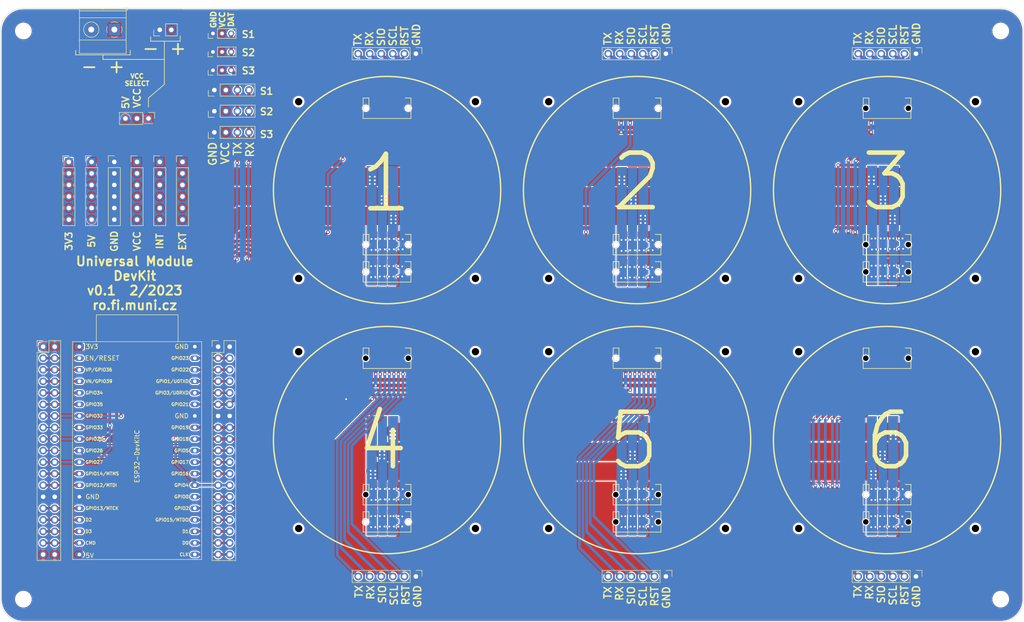
<source format=kicad_pcb>
(kicad_pcb (version 20211014) (generator pcbnew)
  (layers (0 "F.Cu" signal) (31 "B.Cu" signal) (34 "B.Paste" user) (35 "F.Paste" user) (36 "B.SilkS" user "B.Silkscreen") (37 "F.SilkS" user "F.Silkscreen") (38 "B.Mask" user) (39 "F.Mask" user) (44 "Edge.Cuts" user))
  (net 0 "")
  (net 1 "/RoFiCoM1/TX")
  (net 2 "/RoFiCoM1/RX")
  (net 3 "/RoFiCoM1/SWDIO")
  (net 4 "/RoFiCoM1/SWCLK")
  (net 5 "/RoFiCoM1/RST")
  (net 6 "/RoFiCoM2/TX")
  (net 7 "/RoFiCoM2/RX")
  (net 8 "/RoFiCoM2/SWDIO")
  (net 9 "/RoFiCoM2/SWCLK")
  (net 10 "/RoFiCoM2/RST")
  (net 11 "/RoFiCoM3/TX")
  (net 12 "/RoFiCoM3/RX")
  (net 13 "/RoFiCoM3/SWDIO")
  (net 14 "/RoFiCoM3/SWCLK")
  (net 15 "/RoFiCoM3/RST")
  (net 16 "/RoFiCoM6/TX")
  (net 17 "/RoFiCoM6/RX")
  (net 18 "/RoFiCoM6/SWDIO")
  (net 19 "/RoFiCoM6/SWCLK")
  (net 20 "/RoFiCoM6/RST")
  (net 21 "/RoFiCoM4/TX")
  (net 22 "/RoFiCoM4/RX")
  (net 23 "/RoFiCoM4/SWDIO")
  (net 24 "/RoFiCoM4/SWCLK")
  (net 25 "/RoFiCoM4/RST")
  (net 26 "/RoFiCoM5/TX")
  (net 27 "/RoFiCoM5/RX")
  (net 28 "/RoFiCoM5/SWDIO")
  (net 29 "/RoFiCoM5/SWCLK")
  (net 30 "/RoFiCoM5/RST")
  (net 31 "/SPI.MISO")
  (net 32 "/SPI.SCK")
  (net 33 "/SPI.SS1")
  (net 34 "/SPI.SS6")
  (net 35 "GND")
  (net 36 "EXT")
  (net 37 "INT")
  (net 38 "VCC")
  (net 39 "/SPI.SS2")
  (net 40 "/SPI.SS3")
  (net 41 "/SPI.SS5")
  (net 42 "/SPI.SS4")
  (net 43 "Net-(U1-Pad20)")
  (net 44 "Net-(U1-Pad21)")
  (net 45 "Net-(U1-Pad22)")
  (net 46 "Net-(U1-Pad25)")
  (net 47 "MOTORS_TX")
  (net 48 "Net-(U1-Pad27)")
  (net 49 "Net-(U1-Pad28)")
  (net 50 "Net-(U1-Pad29)")
  (net 51 "MOTORS_RX")
  (net 52 "Net-(U1-Pad34)")
  (net 53 "Net-(U1-Pad35)")
  (net 54 "Net-(U1-Pad36)")
  (net 55 "Net-(U1-Pad37)")
  (net 56 "+3V3")
  (net 57 "ESP_EN")
  (net 58 "Net-(J25-Pad5)")
  (net 59 "Net-(J25-Pad7)")
  (net 60 "Net-(J25-Pad10)")
  (net 61 "Net-(U1-Pad6)")
  (net 62 "ESP_TMS")
  (net 63 "ESP_TDI")
  (net 64 "ESP_TCK")
  (net 65 "Net-(U1-Pad16)")
  (net 66 "Net-(U1-Pad17)")
  (net 67 "Net-(U1-Pad18)")
  (net 68 "+5V")
  (net 69 "ESP_TDO")
  (net 70 "/VCC_IN")
  (footprint "rofi:SOLO-9258" (layer "F.Cu") (at 230 47.25)
    (fp_text reference "ROFICOM_A_3" hide)
    (fp_text value "ROFICOM_A")
  )
  (footprint "Connector_PinHeader_2.54mm:PinHeader_1x02_P2.54mm_Vertical" (layer "F.Cu") (at 70 30 90)
    (fp_text reference "J29" hide)
    (fp_text value "VCC_IN")
  )
  (footprint "Connector_PinHeader_2.54mm:PinHeader_1x06_P2.54mm_Vertical" (layer "F.Cu") (at 236.35 35.25 -90)
    (fp_text reference "J10" hide)
    (fp_text value "DBG")
  )
  (footprint "Connector_PinHeader_2.54mm:PinHeader_1x06_P2.54mm_Vertical" (layer "F.Cu") (at 60 59.0475)
    (fp_text reference "J27" hide)
    (fp_text value "GND")
  )
  (footprint "rofi:SOLO-9258" (layer "F.Cu") (at 230 77.25)
    (fp_text reference "ROFICOM_B_3" hide)
    (fp_text value "ROFICOM_B")
  )
  (footprint "rofi:SOLO-9258" (layer "F.Cu") (at 175 132.25)
    (fp_text reference "ROFICOM_B_5" hide)
    (fp_text value "ROFICOM_B")
  )
  (footprint "Connector_PinHeader_2.54mm:PinHeader_1x04_P2.54mm_Vertical" (layer "F.Cu") (at 82 43.25 90)
    (fp_text reference "J1" hide)
    (fp_text value "S1")
  )
  (footprint "rofi:RoFiCoM" (layer "F.Cu") (at 175 65.25)
    (fp_text reference "ROFICOM2" hide)
    (fp_text value "MountingHole")
  )
  (footprint "Connector_PinHeader_2.54mm:PinHeader_1x06_P2.54mm_Vertical" (layer "F.Cu") (at 181.35 35.25 -90)
    (fp_text reference "J6" hide)
    (fp_text value "DBG")
  )
  (footprint "Connector_PinHeader_2.54mm:PinHeader_2x19_P2.54mm_Vertical" (layer "F.Cu") (at 44.34 99.70156)
    (fp_text reference "J25" hide)
    (fp_text value "EXP")
  )
  (footprint "Connector_PinHeader_2.54mm:PinHeader_1x04_P2.54mm_Vertical" (layer "F.Cu") (at 82 47.9 90)
    (fp_text reference "J4" hide)
    (fp_text value "S2")
  )
  (footprint "rofi:RoFiCoM" (layer "F.Cu") (at 120 65.25)
    (fp_text reference "ROFICOM1" hide)
    (fp_text value "MountingHole")
  )
  (footprint "rofi:SOLO-9258" (layer "F.Cu") (at 230 138.25)
    (fp_text reference "ROFICOM_C_6" hide)
    (fp_text value "ROFICOM_C")
  )
  (footprint "Connector_PinHeader_2.54mm:PinHeader_1x04_P2.54mm_Vertical" (layer "F.Cu") (at 82 52.55 90)
    (fp_text reference "J7" hide)
    (fp_text value "S3")
  )
  (footprint "TerminalBlock_Phoenix:TerminalBlock_Phoenix_MKDS-1,5-2-5.08_1x02_P5.08mm_Horizontal" (layer "F.Cu") (at 60.01 29.945 180)
    (fp_text reference "J28" hide)
    (fp_text value "VCC_IN")
  )
  (footprint "Connector_PinHeader_2.54mm:PinHeader_1x06_P2.54mm_Vertical" (layer "F.Cu") (at 126.35 35.25 -90)
    (fp_text reference "J2" hide)
    (fp_text value "DBG")
  )
  (footprint "rofi:SOLO-9258" (layer "F.Cu") (at 120 102.25)
    (fp_text reference "ROFICOM_A_4" hide)
    (fp_text value "ROFICOM_A")
  )
  (footprint "rofi:SOLO-9258" (layer "F.Cu") (at 230 102.25)
    (fp_text reference "ROFICOM_A_6" hide)
    (fp_text value "ROFICOM_A")
  )
  (footprint "rofi:SOLO-9258" (layer "F.Cu") (at 120 132.25)
    (fp_text reference "ROFICOM_B_4" hide)
    (fp_text value "ROFICOM_B")
  )
  (footprint "rofi:SOLO-9258" (layer "F.Cu") (at 230 83.25)
    (fp_text reference "ROFICOM_C_3" hide)
    (fp_text value "ROFICOM_C")
  )
  (footprint "Connector_PinHeader_2.00mm:PinHeader_1x03_P2.00mm_Vertical" (layer "F.Cu") (at 81.7 38.9 90)
    (fp_text reference "J3" hide)
    (fp_text value "S1")
  )
  (footprint "rofi:SOLO-9258" (layer "F.Cu") (at 120 77.25)
    (fp_text reference "ROFICOM_B_1" hide)
    (fp_text value "ROFICOM_B")
  )
  (footprint "MountingHole:MountingHole_3.2mm_M3" (layer "F.Cu") (at 255 155.25)
    (fp_text reference "H3" hide)
    (fp_text value "MountingHole")
  )
  (footprint "Connector_PinHeader_2.54mm:PinHeader_1x03_P2.54mm_Vertical" (layer "F.Cu") (at 67.525 49.5 -90)
    (fp_text reference "JP1" hide)
    (fp_text value "VCC_SEL")
  )
  (footprint "rofi:SOLO-9258" (layer "F.Cu") (at 175 77.25)
    (fp_text reference "ROFICOM_B_2" hide)
    (fp_text value "ROFICOM_B")
  )
  (footprint "rofi:SOLO-9258" (layer "F.Cu") (at 120 47.25)
    (fp_text reference "ROFICOM_A_1" hide)
    (fp_text value "ROFICOM_A")
  )
  (footprint "rofi:RoFiCoM" (layer "F.Cu") (at 230 120.25)
    (fp_text reference "ROFICOM6" hide)
    (fp_text value "MountingHole")
  )
  (footprint "rofi:RoFiCoM" (layer "F.Cu") (at 230 65.25)
    (fp_text reference "ROFICOM3" hide)
    (fp_text value "MountingHole")
  )
  (footprint "Connector_PinHeader_2.54mm:PinHeader_1x06_P2.54mm_Vertical" (layer "F.Cu") (at 236.35 150.25 -90)
    (fp_text reference "J14" hide)
    (fp_text value "DBG")
  )
  (footprint "Connector_PinHeader_2.54mm:PinHeader_1x06_P2.54mm_Vertical" (layer "F.Cu") (at 55 59.0475)
    (fp_text reference "J30" hide)
    (fp_text value "5V")
  )
  (footprint "Connector_PinHeader_2.00mm:PinHeader_1x03_P2.00mm_Vertical" (layer "F.Cu") (at 81.7 30.8 90)
    (fp_text reference "J8" hide)
    (fp_text value "S3")
  )
  (footprint "Connector_PinHeader_2.54mm:PinHeader_1x06_P2.54mm_Vertical" (layer "F.Cu") (at 126.35 150.25 -90)
    (fp_text reference "J18" hide)
    (fp_text value "DBG")
  )
  (footprint "Connector_PinHeader_2.00mm:PinHeader_1x03_P2.00mm_Vertical" (layer "F.Cu") (at 81.7 34.85 90)
    (fp_text reference "J5" hide)
    (fp_text value "S2")
  )
  (footprint "rofi:SOLO-9258" (layer "F.Cu") (at 120 83.25)
    (fp_text reference "ROFICOM_C_1" hide)
    (fp_text value "ROFICOM_C")
  )
  (footprint "Connector_PinHeader_2.54mm:PinHeader_2x19_P2.54mm_Vertical" (layer "F.Cu") (at 82.84 99.70156)
    (fp_text reference "J26" hide)
    (fp_text value "EXP")
  )
  (footprint "MountingHole:MountingHole_3.2mm_M3" (layer "F.Cu") (at 40 155.25)
    (fp_text reference "H4" hide)
    (fp_text value "MountingHole")
  )
  (footprint "Connector_PinHeader_2.54mm:PinHeader_1x06_P2.54mm_Vertical" (layer "F.Cu") (at 70 59.0475)
    (fp_text reference "J33" hide)
    (fp_text value "INT")
  )
  (footprint "Connector_PinHeader_2.54mm:PinHeader_1x06_P2.54mm_Vertical" (layer "F.Cu") (at 75 59.0475)
    (fp_text reference "J34" hide)
    (fp_text value "EXT")
  )
  (footprint "MountingHole:MountingHole_3.2mm_M3" (layer "F.Cu") (at 40 30.25)
    (fp_text reference "H1" hide)
    (fp_text value "MountingHole")
  )
  (footprint "rofi:SOLO-9258" (layer "F.Cu") (at 175 138.25)
    (fp_text reference "ROFICOM_C_5" hide)
    (fp_text value "ROFICOM_C")
  )
  (footprint "Connector_PinHeader_2.54mm:PinHeader_1x06_P2.54mm_Vertical" (layer "F.Cu") (at 65 59.0475)
    (fp_text reference "J32" hide)
    (fp_text value "VCC")
  )
  (footprint "rofi:SOLO-9258" (layer "F.Cu") (at 175 47.25)
    (fp_text reference "ROFICOM_A_2" hide)
    (fp_text value "ROFICOM_A")
  )
  (footprint "Connector_PinHeader_2.54mm:PinHeader_1x06_P2.54mm_Vertical" (layer "F.Cu") (at 50 59.0475)
    (fp_text reference "J31" hide)
    (fp_text value "3V3")
  )
  (footprint "rofi:SOLO-9258" (layer "F.Cu") (at 175 83.25)
    (fp_text reference "ROFICOM_C_2" hide)
    (fp_text value "ROFICOM_C")
  )
  (footprint "rofi:ESP32-DevKitC" (layer "F.Cu") (at 52.31 99.7)
    (fp_text reference "U1" hide)
    (fp_text value "ESP32-DevKitC")
  )
  (footprint "rofi:RoFiCoM" (layer "F.Cu") (at 175 120.25)
    (fp_text reference "ROFICOM5" hide)
    (fp_text value "MountingHole")
  )
  (footprint "Connector_PinHeader_2.54mm:PinHeader_1x06_P2.54mm_Vertical" (layer "F.Cu") (at 181.35 150.25 -90)
    (fp_text reference "J22" hide)
    (fp_text value "DBG")
  )
  (footprint "rofi:RoFiCoM" (layer "F.Cu") (at 120 120.25)
    (fp_text reference "ROFICOM4" hide)
    (fp_text value "MountingHole")
  )
  (footprint "rofi:SOLO-9258" (layer "F.Cu") (at 230 132.25)
    (fp_text reference "ROFICOM_B_6" hide)
    (fp_text value "ROFICOM_B")
  )
  (footprint "MountingHole:MountingHole_3.2mm_M3" (layer "F.Cu") (at 255 30.25)
    (fp_text reference "H2" hide)
    (fp_text value "MountingHole")
  )
  (footprint "rofi:SOLO-9258" (layer "F.Cu") (at 120 138.25)
    (fp_text reference "ROFICOM_C_4" hide)
    (fp_text value "ROFICOM_C")
  )
  (footprint "rofi:SOLO-9258" (layer "F.Cu") (at 175 102.25)
    (fp_text reference "ROFICOM_A_5" hide)
    (fp_text value "ROFICOM_A")
  )
  (gr_line (start 67.5 45) (end 71 42) (layer "F.SilkS") (width 0.15))
  (gr_line (start 68 32.5) (end 68 31.5) (layer "F.SilkS") (width 0.15))
  (gr_line (start 70.5 32.5) (end 68 32.5) (layer "F.SilkS") (width 0.15))
  (gr_line (start 71 42) (end 71 32.5) (layer "F.SilkS") (width 0.15))
  (gr_line (start 63.5 35.5) (end 63.5 34.5) (layer "F.SilkS") (width 0.15))
  (gr_line (start 57.5 35.5) (end 63.5 35.5) (layer "F.SilkS") (width 0.15))
  (gr_line (start 57.5 35.5) (end 51.5 35.5) (layer "F.SilkS") (width 0.15))
  (gr_line (start 67.5 47) (end 67.5 45) (layer "F.SilkS") (width 0.15))
  (gr_line (start 57.5 36.5) (end 57.5 35.5) (layer "F.SilkS") (width 0.15))
  (gr_line (start 70.5 32.5) (end 74.5 32.5) (layer "F.SilkS") (width 0.15))
  (gr_line (start 74.5 32.5) (end 74.5 31.33) (layer "F.SilkS") (width 0.15))
  (gr_line (start 51.5 35.5) (end 51.5 34.5) (layer "F.SilkS") (width 0.15))
  (gr_line (start 71 36.5) (end 57.5 36.5) (layer "F.SilkS") (width 0.15))
  (gr_line (start 40 160.25) (end 255 160.25) (layer "Edge.Cuts") (width 0.1))
  (gr_arc (start 255 25.25) (mid 258.535534 26.714466) (end 260 30.25) (layer "Edge.Cuts") (width 0.1))
  (gr_line (start 260 155.25) (end 260 30.25) (layer "Edge.Cuts") (width 0.1))
  (gr_arc (start 35 30.25) (mid 36.464466 26.714466) (end 40 25.25) (layer "Edge.Cuts") (width 0.1))
  (gr_arc (start 40 160.25) (mid 36.464466 158.785534) (end 35 155.25) (layer "Edge.Cuts") (width 0.1))
  (gr_line (start 255 25.25) (end 40 25.25) (layer "Edge.Cuts") (width 0.1))
  (gr_arc (start 260 155.25) (mid 258.535534 158.785534) (end 255 160.25) (layer "Edge.Cuts") (width 0.1))
  (gr_line (start 35 30.25) (end 35 155.25) (layer "Edge.Cuts") (width 0.1))
  (gr_text "S2" (at 89.5 35) (layer "F.SilkS") (effects (font (size 1.5 1.5) (thickness 0.3))))
  (gr_text "GND" (at 60 76.5 90) (layer "F.SilkS") (effects (font (size 1.5 1.5) (thickness 0.3))))
  (gr_text "VCC" (at 65 76.5 90) (layer "F.SilkS") (effects (font (size 1.5 1.5) (thickness 0.3))))
  (gr_text "TX\nRX\nSIO\nSCL\nRST\nGND" (at 175 33.5 90) (layer "F.SilkS") (effects (font (size 1.6 1.6) (thickness 0.3)) (justify left)))
  (gr_text "4" (at 119 120.5) (layer "F.SilkS") (effects (font (size 12 12) (thickness 1))))
  (gr_text "VCC\nSELECT" (at 65 41) (layer "F.SilkS") (effects (font (size 1 1) (thickness 0.25))))
  (gr_text "EXT" (at 75 76.5 90) (layer "F.SilkS") (effects (font (size 1.5 1.5) (thickness 0.3))))
  (gr_text "S3" (at 89.5 39) (layer "F.SilkS") (effects (font (size 1.5 1.5) (thickness 0.3))))
  (gr_text "TX\nRX\nSIO\nSCL\nRST\nGND" (at 175 152.25 90) (layer "F.SilkS") (effects (font (size 1.6 1.6) (thickness 0.3)) (justify right)))
  (gr_text "GND\nVCC\nTX\nRX" (at 85.75 54.5 90) (layer "F.SilkS") (effects (font (size 1.7 1.7) (thickness 0.3)) (justify right)))
  (gr_text "TX\nRX\nSIO\nSCL\nRST\nGND" (at 230 152 90) (layer "F.SilkS") (effects (font (size 1.6 1.6) (thickness 0.3)) (justify right)))
  (gr_text "S1" (at 93.5 43.5) (layer "F.SilkS") (effects (font (size 1.5 1.5) (thickness 0.3))))
  (gr_text "TX\nRX\nSIO\nSCL\nRST\nGND" (at 230 33.5 90) (layer "F.SilkS") (effects (font (size 1.6 1.6) (thickness 0.3)) (justify left)))
  (gr_text "S1" (at 89.5 31) (layer "F.SilkS") (effects (font (size 1.5 1.5) (thickness 0.3))))
  (gr_text "INT" (at 70 76.5 90) (layer "F.SilkS") (effects (font (size 1.5 1.5) (thickness 0.3))))
  (gr_text "S2" (at 93.5 48) (layer "F.SilkS") (effects (font (size 1.5 1.5) (thickness 0.3))))
  (gr_text "5V" (at 55 76.5 90) (layer "F.SilkS") (effects (font (size 1.5 1.5) (thickness 0.3))))
  (gr_text "Universal Module\nDevKit\nv0.1  2/2023\nro.fi.muni.cz" (at 64.5 85.75) (layer "F.SilkS") (effects (font (size 2 2) (thickness 0.4))))
  (gr_text "5V" (at 62.5 46 90) (layer "F.SilkS") (effects (font (size 1.5 1.5) (thickness 0.3))))
  (gr_text "- +" (at 57.5 38) (layer "F.SilkS") (effects (font (size 3 3))))
  (gr_text "2" (at 175 63.5) (layer "F.SilkS") (effects (font (size 12 12) (thickness 1))))
  (gr_text "S3" (at 93.5 53) (layer "F.SilkS") (effects (font (size 1.5 1.5) (thickness 0.3))))
  (gr_text "3V3" (at 50 76.5 90) (layer "F.SilkS") (effects (font (size 1.5 1.5) (thickness 0.3))))
  (gr_text "5" (at 174.25 120.5) (layer "F.SilkS") (effects (font (size 12 12) (thickness 1))))
  (gr_text "6" (at 230.75 120.5) (layer "F.SilkS") (effects (font (size 12 12) (thickness 1))))
  (gr_text "VCC" (at 65 45 90) (layer "F.SilkS") (effects (font (size 1.5 1.5) (thickness 0.3))))
  (gr_text "TX\nRX\nSIO\nSCL\nRST\nGND" (at 120.25 152 90) (layer "F.SilkS") (effects (font (size 1.6 1.6) (thickness 0.3)) (justify right)))
  (gr_text "3" (at 230 63.5) (layer "F.SilkS") (effects (font (size 12 12) (thickness 1))))
  (gr_text "GND\nVCC\nDAT" (at 83.75 27.75 90) (layer "F.SilkS") (effects (font (size 1.2 1.2) (thickness 0.3))))
  (gr_text "- +" (at 71 34) (layer "F.SilkS") (effects (font (size 3 3))))
  (gr_text "1" (at 119.75 63.75) (layer "F.SilkS") (effects (font (size 12 12) (thickness 1))))
  (gr_text "TX\nRX\nSIO\nSCL\nRST\nGND" (at 120 33.75 90) (layer "F.SilkS") (effects (font (size 1.6 1.6) (thickness 0.3)) (justify left)))
  (segment (start 119.5 45) (end 119.5 41.1) (width 0.6) (layer "F.Cu") (net 1))
  (segment (start 119.5 41.1) (end 113.65 35.25) (width 0.6) (layer "F.Cu") (net 1))
  (segment (start 119.5 49.5) (end 119.5 45) (width 0.6) (layer "F.Cu") (net 1))
  (segment (start 120.5 49.5) (end 120.5 39.56) (width 0.6) (layer "F.Cu") (net 2))
  (segment (start 120.5 39.56) (end 116.19 35.25) (width 0.6) (layer "F.Cu") (net 2))
  (segment (start 121.5 49.5) (end 121.5 38.02) (width 0.6) (layer "F.Cu") (net 3))
  (segment (start 121.5 38.02) (end 118.73 35.25) (width 0.6) (layer "F.Cu") (net 3))
  (segment (start 122.5 36.48) (end 121.27 35.25) (width 0.6) (layer "F.Cu") (net 4))
  (segment (start 122.5 49.5) (end 122.5 36.48) (width 0.6) (layer "F.Cu") (net 4))
  (segment (start 123.5 49.5) (end 123.5 35.56) (width 0.6) (layer "F.Cu") (net 5))
  (segment (start 123.5 35.56) (end 123.81 35.25) (width 0.6) (layer "F.Cu") (net 5))
  (segment (start 174.5 45) (end 174.5 41.1) (width 0.6) (layer "F.Cu") (net 6))
  (segment (start 174.5 49.5) (end 174.5 45) (width 0.6) (layer "F.Cu") (net 6))
  (segment (start 174.5 41.1) (end 168.65 35.25) (width 0.6) (layer "F.Cu") (net 6))
  (segment (start 175.5 45) (end 175.5 39.56) (width 0.6) (layer "F.Cu") (net 7))
  (segment (start 175.5 49.5) (end 175.5 45) (width 0.6) (layer "F.Cu") (net 7))
  (segment (start 175.5 39.56) (end 171.19 35.25) (width 0.6) (layer "F.Cu") (net 7))
  (segment (start 176.5 49.5) (end 176.5 45) (width 0.6) (layer "F.Cu") (net 8))
  (segment (start 176.5 38.02) (end 173.73 35.25) (width 0.6) (layer "F.Cu") (net 8))
  (segment (start 176.5 45) (end 176.5 38.02) (width 0.6) (layer "F.Cu") (net 8))
  (segment (start 177.5 45) (end 177.5 36.48) (width 0.6) (layer "F.Cu") (net 9))
  (segment (start 177.5 49.5) (end 177.5 45) (width 0.6) (layer "F.Cu") (net 9))
  (segment (start 177.5 36.48) (end 176.27 35.25) (width 0.6) (layer "F.Cu") (net 9))
  (segment (start 178.5 45) (end 178.5 35.56) (width 0.6) (layer "F.Cu") (net 10))
  (segment (start 178.5 49.5) (end 178.5 45) (width 0.6) (layer "F.Cu") (net 10))
  (segment (start 178.5 35.56) (end 178.81 35.25) (width 0.6) (layer "F.Cu") (net 10))
  (segment (start 229.5 45) (end 229.5 41.1) (width 0.6) (layer "F.Cu") (net 11))
  (segment (start 229.5 49.5) (end 229.5 45) (width 0.6) (layer "F.Cu") (net 11))
  (segment (start 229.5 41.1) (end 223.65 35.25) (width 0.6) (layer "F.Cu") (net 11))
  (segment (start 230.5 45) (end 230.5 39.56) (width 0.6) (layer "F.Cu") (net 12))
  (segment (start 230.5 49.5) (end 230.5 45) (width 0.6) (layer "F.Cu") (net 12))
  (segment (start 230.5 39.56) (end 226.19 35.25) (width 0.6) (layer "F.Cu") (net 12))
  (segment (start 231.5 49.5) (end 231.5 45) (width 0.6) (layer "F.Cu") (net 13))
  (segment (start 231.5 45) (end 231.5 38.02) (width 0.6) (layer "F.Cu") (net 13))
  (segment (start 231.5 38.02) (end 228.73 35.25) (width 0.6) (layer "F.Cu") (net 13))
  (segment (start 232.5 45) (end 232.5 36.48) (width 0.6) (layer "F.Cu") (net 14))
  (segment (start 232.5 49.5) (end 232.5 45) (width 0.6) (layer "F.Cu") (net 14))
  (segment (start 232.5 36.48) (end 231.27 35.25) (width 0.6) (layer "F.Cu") (net 14))
  (segment (start 233.5 45) (end 233.5 35.56) (width 0.6) (layer "F.Cu") (net 15))
  (segment (start 233.5 49.5) (end 233.5 45) (width 0.6) (layer "F.Cu") (net 15))
  (segment (start 233.5 35.56) (end 233.81 35.25) (width 0.6) (layer "F.Cu") (net 15))
  (segment (start 223.65 150.25) (end 214.25 140.85) (width 0.6) (layer "F.Cu") (net 16))
  (segment (start 229.5 104.5) (end 229.5 106.152751) (width 0.6) (layer "F.Cu") (net 16))
  (segment (start 229.5 106.152751) (end 223.850755 111.801996) (width 0.6) (layer "F.Cu") (net 16))
  (segment (start 217.948004 111.801996) (end 214.25 115.5) (width 0.6) (layer "F.Cu") (net 16))
  (segment (start 223.850755 111.801996) (end 217.948004 111.801996) (width 0.6) (layer "F.Cu") (net 16))
  (segment (start 229.5 100) (end 229.5 104.5) (width 0.6) (layer "F.Cu") (net 16))
  (segment (start 214.25 140.85) (end 214.25 130.25) (width 0.6) (layer "F.Cu") (net 16))
  (via (at 214.25 130.25) (size 0.8) (drill 0.4) (layers "F.Cu" "B.Cu") (net 16))
  (via (at 214.25 115.5) (size 0.8) (drill 0.4) (layers "F.Cu" "B.Cu") (net 16))
  (segment (start 213.75 129.75) (end 214.25 130.25) (width 0.6) (layer "B.Cu") (net 16))
  (segment (start 214.25 115.5) (end 213.75 116) (width 0.6) (layer "B.Cu") (net 16))
  (segment (start 213.75 116) (end 213.75 129.75) (width 0.6) (layer "B.Cu") (net 16))
  (segment (start 230.5 104.5) (end 230.5 106.283416) (width 0.6) (layer "F.Cu") (net 17))
  (segment (start 215.5 139.56) (end 215.5 130.25) (width 0.6) (layer "F.Cu") (net 17))
  (segment (start 224.181919 112.601497) (end 218.398503 112.601497) (width 0.6) (layer "F.Cu") (net 17))
  (segment (start 226.19 150.25) (end 215.5 139.56) (width 0.6) (layer "F.Cu") (net 17))
  (segment (start 218.398503 112.601497) (end 215.511043 115.488957) (width 0.6) (layer "F.Cu") (net 17))
  (segment (start 230.5 106.283416) (end 224.181919 112.601497) (width 0.6) (layer "F.Cu") (net 17))
  (segment (start 230.5 100) (end 230.5 104.5) (width 0.6) (layer "F.Cu") (net 17))
  (segment (start 215.511043 115.488957) (end 215.511043 115.511043) (width 0.6) (layer "F.Cu") (net 17))
  (via (at 215.511043 115.511043) (size 0.8) (drill 0.4) (layers "F.Cu" "B.Cu") (net 17))
  (via (at 215.5 130.25) (size 0.8) (drill 0.4) (layers "F.Cu" "B.Cu") (net 17))
  (segment (start 215 116.022086) (end 215 129.75) (width 0.6) (layer "B.Cu") (net 17))
  (segment (start 215.511043 115.511043) (end 215 116.022086) (width 0.6) (layer "B.Cu") (net 17))
  (segment (start 215 129.75) (end 215.5 130.25) (width 0.6) (layer "B.Cu") (net 17))
  (segment (start 231.5 100) (end 231.5 104.5) (width 0.6) (layer "F.Cu") (net 18))
  (segment (start 231.5 106.414082) (end 224.513084 113.400998) (width 0.6) (layer "F.Cu") (net 18))
  (segment (start 224.513084 113.400998) (end 218.871088 113.400998) (width 0.6) (layer "F.Cu") (net 18))
  (segment (start 231.5 104.5) (end 231.5 106.414082) (width 0.6) (layer "F.Cu") (net 18))
  (segment (start 218.871088 113.400998) (end 216.761043 115.511043) (width 0.6) (layer "F.Cu") (net 18))
  (segment (start 228.73 150.25) (end 217 138.52) (width 0.6) (layer "F.Cu") (net 18))
  (segment (start 217 138.52) (end 217 130.25) (width 0.6) (layer "F.Cu") (net 18))
  (via (at 217 130.25) (size 0.8) (drill 0.4) (layers "F.Cu" "B.Cu") (net 18))
  (via (at 216.761043 115.511043) (size 0.8) (drill 0.4) (layers "F.Cu" "B.Cu") (net 18))
  (segment (start 216.410543 129.660543) (end 217 130.25) (width 0.6) (layer "B.Cu") (net 18))
  (segment (start 216.410543 115.861543) (end 216.410543 129.660543) (width 0.6) (layer "B.Cu") (net 18))
  (segment (start 216.761043 115.511043) (end 216.410543 115.861543) (width 0.6) (layer "B.Cu") (net 18))
  (segment (start 232.5 106.544748) (end 224.794748 114.25) (width 0.6) (layer "F.Cu") (net 19))
  (segment (start 232.5 104.5) (end 232.5 106.544748) (width 0.6) (layer "F.Cu") (net 19))
  (segment (start 219.294173 114.25) (end 217.983752 115.560421) (width 0.6) (layer "F.Cu") (net 19))
  (segment (start 224.794748 114.25) (end 219.294173 114.25) (width 0.6) (layer "F.Cu") (net 19))
  (segment (start 231.27 150.25) (end 218 136.98) (width 0.6) (layer "F.Cu") (net 19))
  (segment (start 218 136.98) (end 218 130.25) (width 0.6) (layer "F.Cu") (net 19))
  (segment (start 232.5 100) (end 232.5 104.5) (width 0.6) (layer "F.Cu") (net 19))
  (via (at 218 130.25) (size 0.8) (drill 0.4) (layers "F.Cu" "B.Cu") (net 19))
  (via (at 217.983752 115.560421) (size 0.8) (drill 0.4) (layers "F.Cu" "B.Cu") (net 19))
  (segment (start 217.983752 115.560421) (end 217.983752 130.233752) (width 0.6) (layer "B.Cu") (net 19))
  (segment (start 217.983752 130.233752) (end 218 130.25) (width 0.6) (layer "B.Cu") (net 19))
  (segment (start 219 135.44) (end 233.81 150.25) (width 0.6) (layer "F.Cu") (net 20))
  (segment (start 233.5 100) (end 233.5 104.5) (width 0.6) (layer "F.Cu") (net 20))
  (segment (start 233.5 104.5) (end 233.5 106.75) (width 0.6) (layer "F.Cu") (net 20))
  (segment (start 233.5 106.75) (end 224.716871 115.533129) (width 0.6) (layer "F.Cu") (net 20))
  (segment (start 224.716871 115.533129) (end 219.28313 115.533129) (width 0.6) (layer "F.Cu") (net 20))
  (segment (start 219 130.25) (end 219 135.44) (width 0.6) (layer "F.Cu") (net 20))
  (via (at 219.28313 115.533129) (size 0.8) (drill 0.4) (layers "F.Cu" "B.Cu") (net 20))
  (via (at 219 130.25) (size 0.8) (drill 0.4) (layers "F.Cu" "B.Cu") (net 20))
  (segment (start 219 115.816259) (end 219.28313 115.533129) (width 0.6) (layer "B.Cu") (net 20))
  (segment (start 219 130.25) (end 219 115.816259) (width 0.6) (layer "B.Cu") (net 20))
  (segment (start 119.5 104.5) (end 119.5 105.75) (width 0.6) (layer "F.Cu") (net 21))
  (segment (start 119.5 100) (end 119.5 104.5) (width 0.6) (layer "F.Cu") (net 21))
  (via (at 119.5 105.75) (size 0.8) (drill 0.4) (layers "F.Cu" "B.Cu") (net 21))
  (segment (start 109.051996 145.651996) (end 113.65 150.25) (width 0.6) (layer "B.Cu") (net 21))
  (segment (start 119.5 109.727336) (end 109.051996 120.175343) (width 0.6) (layer "B.Cu") (net 21))
  (segment (start 109.051996 120.175343) (end 109.051996 145.651996) (width 0.6) (layer "B.Cu") (net 21))
  (segment (start 119.5 105.75) (end 119.5 109.727336) (width 0.6) (layer "B.Cu") (net 21))
  (segment (start 120.5 100) (end 120.5 104.5) (width 0.6) (layer "F.Cu") (net 22))
  (segment (start 120.5 104.5) (end 120.5 105.75) (width 0.6) (layer "F.Cu") (net 22))
  (via (at 120.5 105.75) (size 0.8) (drill 0.4) (layers "F.Cu" "B.Cu") (net 22))
  (segment (start 109.851497 143.911497) (end 116.19 150.25) (width 0.6) (layer "B.Cu") (net 22))
  (segment (start 109.851497 120.506507) (end 109.851497 143.911497) (width 0.6) (layer "B.Cu") (net 22))
  (segment (start 120.5 105.75) (end 120.5 109.858002) (width 0.6) (layer "B.Cu") (net 22))
  (segment (start 120.5 109.858002) (end 109.851497 120.506507) (width 0.6) (layer "B.Cu") (net 22))
  (segment (start 121.5 104.5) (end 121.5 105.75) (width 0.6) (layer "F.Cu") (net 23))
  (segment (start 121.5 100) (end 121.5 104.5) (width 0.6) (layer "F.Cu") (net 23))
  (via (at 121.5 105.75) (size 0.8) (drill 0.4) (layers "F.Cu" "B.Cu") (net 23))
  (segment (start 121.5 105.75) (end 121.5 109.988668) (width 0.6) (layer "B.Cu") (net 23))
  (segment (start 110.650998 142.170998) (end 118.73 150.25) (width 0.6) (layer "B.Cu") (net 23))
  (segment (start 110.650998 120.837671) (end 110.650998 142.170998) (width 0.6) (layer "B.Cu") (net 23))
  (segment (start 121.5 109.988668) (end 110.650998 120.837671) (width 0.6) (layer "B.Cu") (net 23))
  (segment (start 122.5 100) (end 122.5 104.5) (width 0.6) (layer "F.Cu") (net 24))
  (segment (start 122.5 104.5) (end 122.5 105.75) (width 0.6) (layer "F.Cu") (net 24))
  (via (at 122.5 105.75) (size 0.8) (drill 0.4) (layers "F.Cu" "B.Cu") (net 24))
  (segment (start 111.450499 140.430499) (end 121.27 150.25) (width 0.6) (layer "B.Cu") (net 24))
  (segment (start 122.5 105.75) (end 122.5 110.119334) (width 0.6) (layer "B.Cu") (net 24))
  (segment (start 122.5 110.119334) (end 111.450499 121.168835) (width 0.6) (layer "B.Cu") (net 24))
  (segment (start 111.450499 121.168835) (end 111.450499 140.430499) (width 0.6) (layer "B.Cu") (net 24))
  (segment (start 123.5 100) (end 123.5 104.5) (width 0.6) (layer "F.Cu") (net 25))
  (segment (start 123.5 104.5) (end 123.5 105.75) (width 0.6) (layer "F.Cu") (net 25))
  (via (at 123.5 105.75) (size 0.8) (drill 0.4) (layers "F.Cu" "B.Cu") (net 25))
  (segment (start 123.5 110.25) (end 112.25 121.5) (width 0.6) (layer "B.Cu") (net 25))
  (segment (start 123.5 105.75) (end 123.5 110.25) (width 0.6) (layer "B.Cu") (net 25))
  (segment (start 112.25 121.5) (end 112.25 138.69) (width 0.6) (layer "B.Cu") (net 25))
  (segment (start 112.25 138.69) (end 123.81 150.25) (width 0.6) (layer "B.Cu") (net 25))
  (segment (start 174.5 100) (end 174.5 104.5) (width 0.6) (layer "F.Cu") (net 26))
  (segment (start 174.5 104.5) (end 174.5 105.75) (width 0.6) (layer "F.Cu") (net 26))
  (via (at 174.5 105.75) (size 0.8) (drill 0.4) (layers "F.Cu" "B.Cu") (net 26))
  (segment (start 174.5 105.75) (end 174.5 111.869334) (width 0.6) (layer "B.Cu") (net 26))
  (segment (start 162.301996 124.067338) (end 162.301996 143.901996) (width 0.6) (layer "B.Cu") (net 26))
  (segment (start 162.301996 143.901996) (end 168.65 150.25) (width 0.6) (layer "B.Cu") (net 26))
  (segment (start 174.5 111.869334) (end 162.301996 124.067338) (width 0.6) (layer "B.Cu") (net 26))
  (segment (start 175.5 100) (end 175.5 104.5) (width 0.6) (layer "F.Cu") (net 27))
  (segment (start 175.5 104.5) (end 175.5 105.75) (width 0.6) (layer "F.Cu") (net 27))
  (via (at 175.5 105.75) (size 0.8) (drill 0.4) (layers "F.Cu" "B.Cu") (net 27))
  (segment (start 175.5 105.75) (end 175.5 112.108002) (width 0.6) (layer "B.Cu") (net 27))
  (segment (start 175.5 112.108002) (end 163.101497 124.506507) (width 0.6) (layer "B.Cu") (net 27))
  (segment (start 163.101497 142.161497) (end 171.19 150.25) (width 0.6) (layer "B.Cu") (net 27))
  (segment (start 163.101497 124.506507) (end 163.101497 142.161497) (width 0.6) (layer "B.Cu") (net 27))
  (segment (start 176.5 100) (end 176.5 104.5) (width 0.6) (layer "F.Cu") (net 28))
  (segment (start 176.5 104.5) (end 176.5 105.75) (width 0.6) (layer "F.Cu") (net 28))
  (via (at 176.5 105.75) (size 0.8) (drill 0.4) (layers "F.Cu" "B.Cu") (net 28))
  (segment (start 176.5 112.238668) (end 163.900998 124.837671) (width 0.6) (layer "B.Cu") (net 28))
  (segment (start 163.900998 140.420998) (end 173.73 150.25) (width 0.6) (layer "B.Cu") (net 28))
  (segment (start 163.900998 124.837671) (end 163.900998 140.420998) (width 0.6) (layer "B.Cu") (net 28))
  (segment (start 176.5 105.75) (end 176.5 112.238668) (width 0.6) (layer "B.Cu") (net 28))
  (segment (start 177.5 104.5) (end 177.5 105.75) (width 0.6) (layer "F.Cu") (net 29))
  (segment (start 177.5 100) (end 177.5 104.5) (width 0.6) (layer "F.Cu") (net 29))
  (via (at 177.5 105.75) (size 0.8) (drill 0.4) (layers "F.Cu" "B.Cu") (net 29))
  (segment (start 177.5 112.369334) (end 164.700499 125.168835) (width 0.6) (layer "B.Cu") (net 29))
  (segment (start 164.700499 138.680499) (end 176.27 150.25) (width 0.6) (layer "B.Cu") (net 29))
  (segment (start 164.700499 125.168835) (end 164.700499 138.680499) (width 0.6) (layer "B.Cu") (net 29))
  (segment (start 177.5 105.75) (end 177.5 112.369334) (width 0.6) (layer "B.Cu") (net 29))
  (segment (start 178.5 100) (end 178.5 104.5) (width 0.6) (layer "F.Cu") (net 30))
  (segment (start 178.5 104.5) (end 178.5 105.75) (width 0.6) (layer "F.Cu") (net 30))
  (via (at 178.5 105.75) (size 0.8) (drill 0.4) (layers "F.Cu" "B.Cu") (net 30))
  (segment (start 165.5 125.5) (end 165.5 137) (width 0.6) (layer "B.Cu") (net 30))
  (segment (start 178.5 112.5) (end 165.5 125.5) (width 0.6) (layer "B.Cu") (net 30))
  (segment (start 170.75 142.25) (end 170.81 142.25) (width 0.6) (layer "B.Cu") (net 30))
  (segment (start 170.81 142.25) (end 178.81 150.25) (width 0.6) (layer "B.Cu") (net 30))
  (segment (start 165.5 137) (end 170.75 142.25) (width 0.6) (layer "B.Cu") (net 30))
  (segment (start 178.5 105.75) (end 178.5 112.5) (width 0.6) (layer "B.Cu") (net 30))
  (segment (start 226.575001 47.767768) (end 226.575001 46.732232) (width 0.8) (layer "F.Cu") (net 31))
  (segment (start 116.5 46.657231) (end 116.575001 46.732232) (width 0.8) (layer "F.Cu") (net 31))
  (segment (start 171.5 102.842769) (end 171.5 104.5) (width 0.8) (layer "F.Cu") (net 31))
  (segment (start 171.25 107) (end 116.5 107) (width 0.8) (layer "F.Cu") (net 31))
  (segment (start 171.5 48.000004) (end 171.5 49.5) (width 0.8) (layer "F.Cu") (net 31))
  (segment (start 226.5 101.657231) (end 226.575001 101.732232) (width 0.8) (layer "F.Cu") (net 31))
  (segment (start 226.5 100) (end 221.5 95) (width 0.8) (layer "F.Cu") (net 31))
  (segment (start 116.5 104.5) (end 116.5 107) (width 0.8) (layer "F.Cu") (net 31))
  (segment (start 116.5 47.842769) (end 116.5 49.5) (width 0.8) (layer "F.Cu") (net 31))
  (segment (start 116.575001 102.767768) (end 116.5 102.842769) (width 0.8) (layer "F.Cu") (net 31))
  (segment (start 171.5 49.5) (end 171.5 50.5) (width 0.8) (layer "F.Cu") (net 31))
  (segment (start 221.5 58.75) (end 226.5 53.75) (width 0.8) (layer "F.Cu") (net 31))
  (segment (start 226.5 100) (end 226.5 101.657231) (width 0.8) (layer "F.Cu") (net 31))
  (segment (start 116.575001 101.732232) (end 116.575001 102.767768) (width 0.8) (layer "F.Cu") (net 31))
  (segment (start 226.5 49.5) (end 226.5 50.5) (width 0.8) (layer "F.Cu") (net 31))
  (segment (start 226.5 49.5) (end 226.5 47.842769) (width 0.8) (layer "F.Cu") (net 31))
  (segment (start 226.575001 46.732232) (end 226.5 46.657231) (width 0.8) (layer "F.Cu") (net 31))
  (segment (start 171.5 100) (end 171.5 101.657231) (width 0.8) (layer "F.Cu") (net 31))
  (segment (start 117.836492 52.5) (end 226.5 52.5) (width 0.8) (layer "F.Cu") (net 31))
  (segment (start 226.5 47.842769) (end 226.575001 47.767768) (width 0.8) (layer "F.Cu") (net 31))
  (segment (start 116.575001 47.767768) (end 116.5 47.842769) (width 0.8) (layer "F.Cu") (net 31))
  (segment (start 226.575001 102.767768) (end 226.5 102.842769) (width 0.8) (layer "F.Cu") (net 31))
  (segment (start 116.5 51.163508) (end 117.836492 52.5) (width 0.8) (layer "F.Cu") (net 31))
  (segment (start 226.5 46.657231) (end 226.5 45) (width 0.8) (layer "F.Cu") (net 31))
  (segment (start 226.575001 101.732232) (end 226.575001 102.767768) (width 0.8) (layer "F.Cu") (net 31))
  (segment (start 116.5 107) (end 98.96 107) (width 0.8) (layer "F.Cu") (net 31))
  (segment (start 98.96 107) (end 88.48 117.48) (width 0.8) (layer "F.Cu") (net 31))
  (segment (start 226.5 104.5) (end 224 107) (width 0.8) (layer "F.Cu") (net 31))
  (segment (start 171.600998 46.758229) (end 171.600998 47.899006) (width 0.8) (layer "F.Cu") (net 31))
  (segment (start 116.5 100) (end 116.5 101.657231) (width 0.8) (layer "F.Cu") (net 31))
  (segment (start 171.5 45) (end 171.5 46.657231) (width 0.8) (layer "F.Cu") (net 31))
  (segment (start 116.5 101.657231) (end 116.575001 101.732232) (width 0.8) (layer "F.Cu") (net 31))
  (segment (start 171.5 46.657231) (end 171.600998 46.758229) (width 0.8) (layer "F.Cu") (net 31))
  (segment (start 116.5 102.842769) (end 116.5 104.5) (width 0.8) (layer "F.Cu") (net 31))
  (segment (start 88.48 117.48) (end 77.71 117.48) (width 0.8) (layer "F.Cu") (net 31))
  (segment (start 171.5 106.75) (end 171.25 107) (width 0.8) (layer "F.Cu") (net 31))
  (segment (start 116.5 45) (end 116.5 46.657231) (width 0.8) (layer "F.Cu") (net 31))
  (segment (start 171.5 104.5) (end 171.5 106.75) (width 0.8) (layer "F.Cu") (net 31))
  (segment (start 171.575001 102.767768) (end 171.5 102.842769) (width 0.8) (layer "F.Cu") (net 31))
  (segment (start 171.5 101.657231) (end 171.575001 101.732232) (width 0.8) (layer "F.Cu") (net 31))
  (segment (start 224 107) (end 171.25 107) (width 0.8) (layer "F.Cu") (net 31))
  (segment (start 221.5 95) (end 221.5 74.25) (width 0.8) (layer "F.Cu") (net 31))
  (segment (start 116.575001 46.732232) (end 116.575001 47.767768) (width 0.8) (layer "F.Cu") (net 31))
  (segment (start 171.575001 101.732232) (end 171.575001 102.767768) (width 0.8) (layer "F.Cu") (net 31))
  (segment (start 171.600998 47.899006) (end 171.5 48.000004) (width 0.8) (layer "F.Cu") (net 31))
  (segment (start 116.5 49.5) (end 116.5 51.163508) (width 0.8) (layer "F.Cu") (net 31))
  (segment (start 226.5 53.75) (end 226.5 52.5) (width 0.8) (layer "F.Cu") (net 31))
  (segment (start 226.5 102.842769) (end 226.5 104.5) (width 0.8) (layer "F.Cu") (net 31))
  (via (at 171.5 52.5) (size 0.8) (drill 0.4) (layers "F.Cu" "B.Cu") (net 31))
  (via (at 171.5 50.5) (size 0.8) (drill 0.4) (layers "F.Cu" "B.Cu") (net 31))
  (via (at 221.5 74.25) (size 0.8) (drill 0.4) (layers "F.Cu" "B.Cu") (net 31))
  (via (at 226.5 50.5) (size 0.8) (drill 0.4) (layers "F.Cu" "B.Cu") (net 31))
  (via (at 226.5 52.5) (size 0.8) (drill 0.4) (layers "F.Cu" "B.Cu") (net 31))
  (via (at 221.5 58.75) (size 0.8) (drill 0.4) (layers "F.Cu" "B.Cu") (net 31))
  (segment (start 226.5 50.5) (end 226.5 52.5) (width 0.8) (layer "B.Cu") (net 31))
  (segment (start 221.5 74.25) (end 221.5 58.75) (width 0.8) (layer "B.Cu") (net 31))
  (segment (start 171.5 50.5) (end 171.5 52.5) (width 0.8) (layer "B.Cu") (net 31))
  (segment (start 172.5 101.243723) (end 172.5 100) (width 0.8) (layer "F.Cu") (net 32))
  (segment (start 223 94.25) (end 223 74.5) (width 0.8) (layer "F.Cu") (net 32))
  (segment (start 227.5 51) (end 227.0005 51.4995) (width 0.8) (layer "F.Cu") (net 32))
  (segment (start 117.5 48.256277) (end 117.574502 48.181775) (width 0.8) (layer "F.Cu") (net 32))
  (segment (start 117.5 104.5) (end 117.5 105.75) (width 0.8) (layer "F.Cu") (net 32))
  (segment (start 172.5005 51.4995) (end 118.2495 51.4995) (width 0.8) (layer "F.Cu") (net 32))
  (segment (start 88.48 120.02) (end 77.71 120.02) (width 0.8) (layer "F.Cu") (net 32))
  (segment (start 172.5 104.5) (end 172.5 103.256277) (width 0.8) (layer "F.Cu") (net 32))
  (segment (start 172.5 49.5) (end 172.5 51.499) (width 0.8) (layer "F.Cu") (net 32))
  (segment (start 100.25 108.25) (end 88.48 120.02) (width 0.8) (layer "F.Cu") (net 32))
  (segment (start 227.574502 48.181775) (end 227.574502 46.318225) (width 0.8) (layer "F.Cu") (net 32))
  (segment (start 227.5 101.243723) (end 227.574502 101.318225) (width 0.8) (layer "F.Cu") (net 32))
  (segment (start 172.5 45) (end 172.5 46.086492) (width 0.8) (layer "F.Cu") (net 32))
  (segment (start 117.574502 48.181775) (end 117.574502 46.318225) (width 0.8) (layer "F.Cu") (net 32))
  (segment (start 227.5 51) (end 227.5 54.477914) (width 0.8) (layer "F.Cu") (net 32))
  (segment (start 172.5 48.413512) (end 172.5 49.5) (width 0.8) (layer "F.Cu") (net 32))
  (segment (start 172.5 104.5) (end 172.5 105.75) (width 0.8) (layer "F.Cu") (net 32))
  (segment (start 172.574502 103.181775) (end 172.574502 101.318225) (width 0.8) (layer "F.Cu") (net 32))
  (segment (start 227.5 100) (end 227.5 98.55) (width 0.8) (layer "F.Cu") (net 32))
  (segment (start 172.5 46.086492) (end 172.600499 46.186991) (width 0.8) (layer "F.Cu") (net 32))
  (segment (start 172.5 103.256277) (end 172.574502 103.181775) (width 0.8) (layer "F.Cu") (net 32))
  (segment (start 227.574502 101.318225) (end 227.574502 103.181775) (width 0.8) (layer "F.Cu") (net 32))
  (segment (start 117.574502 46.318225) (end 117.5 46.243723) (width 0.8) (layer "F.Cu") (net 32))
  (segment (start 172.600499 48.313013) (end 172.5 48.413512) (width 0.8) (layer "F.Cu") (net 32))
  (segment (start 227.5 46.243723) (end 227.5 45) (width 0.8) (layer "F.Cu") (net 32))
  (segment (start 118.2495 51.4995) (end 117.5 50.75) (width 0.8) (layer "F.Cu") (net 32))
  (segment (start 227.5 51) (end 227.5 48.256277) (width 0.8) (layer "F.Cu") (net 32))
  (segment (start 227.5 104.5) (end 227.5 105.750001) (width 0.8) (layer "F.Cu") (net 32))
  (segment (start 227.5 48.256277) (end 227.574502 48.181775) (width 0.8) (layer "F.Cu") (net 32))
  (segment (start 227.5 105.750001) (end 225.000001 108.25) (width 0.8) (layer "F.Cu") (net 32))
  (segment (start 172.600499 46.186991) (end 172.600499 48.313013) (width 0.8) (layer "F.Cu") (net 32))
  (segment (start 172.574502 101.318225) (end 172.5 101.243723) (width 0.8) (layer "F.Cu") (net 32))
  (segment (start 227.0005 51.4995) (end 172.5005 51.4995) (width 0.8) (layer "F.Cu") (net 32))
  (segment (start 117.5 103.256277) (end 117.5 104.5) (width 0.8) (layer "F.Cu") (net 32))
  (segment (start 117.5 50.75) (end 117.5 48.256277) (width 0.8) (layer "F.Cu") (net 32))
  (segment (start 117.5 46.243723) (end 117.5 45) (width 0.8) (layer "F.Cu") (net 32))
  (segment (start 117.5 100) (end 117.5 101.243723) (width 0.8) (layer "F.Cu") (net 32))
  (segment (start 117.574502 101.318225) (end 117.574502 103.181775) (width 0.8) (layer "F.Cu") (net 32))
  (segment (start 227.5 100) (end 227.5 101.243723) (width 0.8) (layer "F.Cu") (net 32))
  (segment (start 227.574502 46.318225) (end 227.5 46.243723) (width 0.8) (layer "F.Cu") (net 32))
  (segment (start 117.574502 103.181775) (end 117.5 103.256277) (width 0.8) (layer "F.Cu") (net 32))
  (segment (start 172.5 51.499) (end 172.5005 51.4995) (width 0.8) (layer "F.Cu") (net 32))
  (segment (start 227.5 103.256277) (end 227.5 104.5) (width 0.8) (layer "F.Cu") (net 32))
  (segment (start 227.574502 103.181775) (end 227.5 103.256277) (width 0.8) (layer "F.Cu") (net 32))
  (segment (start 117.5 101.243723) (end 117.574502 101.318225) (width 0.8) (layer "F.Cu") (net 32))
  (segment (start 227.5 98.55) (end 223.2 94.25) (width 0.8) (layer "F.Cu") (net 32))
  (segment (start 225.000001 108.25) (end 100.25 108.25) (width 0.8) (layer "F.Cu") (net 32))
  (segment (start 223.2 94.25) (end 223 94.25) (width 0.8) (layer "F.Cu") (net 32))
  (segment (start 227.5 54.477914) (end 223.164207 58.813707) (width 0.8) (layer "F.Cu") (net 32))
  (via (at 172.5 108.25) (size 0.8) (drill 0.4) (layers "F.Cu" "B.Cu") (net 32))
  (via (at 223.164207 58.813707) (size 0.8) (drill 0.4) (layers "F.Cu" "B.Cu") (net 32))
  (via (at 117.5 105.75) (size 0.8) (drill 0.4) (layers "F.Cu" "B.Cu") (net 32))
  (via (at 223 74.5) (size 0.8) (drill 0.4) (layers "F.Cu" "B.Cu") (net 32))
  (via (at 117.5 108.25) (size 0.8) (drill 0.4) (layers "F.Cu" "B.Cu") (net 32))
  (via (at 172.5 105.75) (size 0.8) (drill 0.4) (layers "F.Cu" "B.Cu") (net 32))
  (segment (start 223 74.5) (end 223 58.977914) (width 0.8) (layer "B.Cu") (net 32))
  (segment (start 223 58.977914) (end 223.164207 58.813707) (width 0.8) (layer "B.Cu") (net 32))
  (segment (start 117.5 105.75) (end 117.5 108.25) (width 0.8) (layer "B.Cu") (net 32))
  (segment (start 172.5 105.75) (end 172.5 108.25) (width 0.8) (layer "B.Cu") (net 32))
  (segment (start 118.5 45) (end 118.5 43.95) (width 0.6) (layer "F.Cu") (net 33))
  (segment (start 115.7 43.75) (end 110.25 49.2) (width 0.6) (layer "F.Cu") (net 33))
  (segment (start 118.3 43.75) (end 115.7 43.75) (width 0.6) (layer "F.Cu") (net 33))
  (segment (start 118.5 43.95) (end 118.3 43.75) (width 0.6) (layer "F.Cu") (net 33))
  (segment (start 105 76.5) (end 86.619335 76.5) (width 0.6) (layer "F.Cu") (net 33))
  (segment (start 118.5 49.5) (end 118.5 45) (width 0.6) (layer "F.Cu") (net 33))
  (segment (start 59 104.119335) (end 59 117) (width 0.6) (layer "F.Cu") (net 33))
  (segment (start 107 74.5) (end 105 76.5) (width 0.6) (layer "F.Cu") (net 33))
  (segment (start 86.619335 76.5) (end 59 104.119335) (width 0.6) (layer "F.Cu") (net 33))
  (segment (start 110.25 49.2) (end 110.25 58.5) (width 0.6) (layer "F.Cu") (net 33))
  (via (at 110.25 58.5) (size 0.8) (drill 0.4) (layers "F.Cu" "B.Cu") (net 33))
  (via (at 59 117) (size 0.8) (drill 0.4) (layers "F.Cu" "B.Cu") (net 33))
  (via (at 107 74.5) (size 0.8) (drill 0.4) (layers "F.Cu" "B.Cu") (net 33))
  (segment (start 107 61.75) (end 107 74.5) (width 0.6) (layer "B.Cu") (net 33))
  (segment (start 110.25 58.5) (end 107 61.75) (width 0.6) (layer "B.Cu") (net 33))
  (segment (start 56 125.25) (end 55.85156 125.10156) (width 0.6) (layer "B.Cu") (net 33))
  (segment (start 59 117) (end 59 122.25) (width 0.6) (layer "B.Cu") (net 33))
  (segment (start 55.85156 125.10156) (end 44.34 125.10156) (width 0.6) (layer "B.Cu") (net 33))
  (segment (start 59 122.25) (end 56 125.25) (width 0.6) (layer "B.Cu") (net 33))
  (segment (start 228.5 100) (end 228.5 104.5) (width 0.6) (layer "F.Cu") (net 34))
  (segment (start 88.5 123.75) (end 88.48844 123.76156) (width 0.3) (layer "F.Cu") (net 34))
  (segment (start 102.933164 123.75) (end 88.5 123.75) (width 0.6) (layer "F.Cu") (net 34))
  (segment (start 44.34156 122.56) (end 44.34 122.56156) (width 0.3) (layer "F.Cu") (net 34))
  (segment (start 88.48844 123.76156) (end 53.51156 123.76156) (width 0.3) (layer "F.Cu") (net 34))
  (segment (start 116.355039 110.328125) (end 102.933164 123.75) (width 0.6) (layer "F.Cu") (net 34))
  (segment (start 52.31 122.56) (end 44.34156 122.56) (width 0.3) (layer "F.Cu") (net 34))
  (segment (start 53.51156 123.76156) (end 52.31 122.56) (width 0.3) (layer "F.Cu") (net 34))
  (segment (start 228.5 104.5) (end 228.5 106.022087) (width 0.6) (layer "F.Cu") (net 34))
  (segment (start 228.5 106.022087) (end 224.193962 110.328125) (width 0.6) (layer "F.Cu") (net 34))
  (segment (start 224.193962 110.328125) (end 116.355039 110.328125) (width 0.6) (layer "F.Cu") (net 34))
  (segment (start 123.424999 79.575001) (end 123.5 79.5) (width 0.8) (layer "F.Cu") (net 35))
  (segment (start 233.5 81) (end 232.5 81) (width 0.8) (layer "F.Cu") (net 35))
  (segment (start 85.37844 114.94) (end 85.38 114.94156) (width 0.6) (layer "F.Cu") (net 35))
  (segment (start 178.5 85.5) (end 178.424999 85.424999) (width 0.8) (layer "F.Cu") (net 35))
  (segment (start 44.34156 132.72) (end 44.34 132.72156) (width 0.6) (layer "F.Cu") (net 35))
  (segment (start 233.5 130) (end 233.424999 130.075001) (width 0.8) (layer "F.Cu") (net 35))
  (segment (start 122.5 136) (end 123.5 136) (width 0.8) (layer "F.Cu") (net 35))
  (segment (start 233.424999 140.424999) (end 233.5 140.5) (width 0.8) (layer "F.Cu") (net 35))
  (segment (start 123.5 75) (end 123.424999 75.075001) (width 0.8) (layer "F.Cu") (net 35))
  (segment (start 233.5 85.5) (end 233.424999 85.424999) (width 0.8) (layer "F.Cu") (net 35))
  (segment (start 232.5 130) (end 233.5 130) (width 0.8) (layer "F.Cu") (net 35))
  (segment (start 178.5 134.5) (end 177.5 134.5) (width 0.8) (layer "F.Cu") (net 35))
  (segment (start 177.5 85.5) (end 178.5 85.5) (width 0.8) (layer "F.Cu") (net 35))
  (segment (start 123.5 79.5) (end 122.5 79.5) (width 0.8) (layer "F.Cu") (net 35))
  (segment (start 123.5 85.5) (end 122.5 85.5) (width 0.8) (layer "F.Cu") (net 35))
  (segment (start 233.5 134.5) (end 232.5 134.5) (width 0.8) (layer "F.Cu") (net 35))
  (segment (start 178.424999 75.075001) (end 178.5 75) (width 0.8) (layer "F.Cu") (net 35))
  (segment (start 122.5 140.5) (end 123.5 140.5) (width 0.8) (layer "F.Cu") (net 35))
  (segment (start 178.5 130) (end 178.424999 130.075001) (width 0.8) (layer "F.Cu") (net 35))
  (segment (start 178.5 81) (end 177.5 81) (width 0.8) (layer "F.Cu") (net 35))
  (segment (start 123.5 130) (end 123.424999 130.075001) (width 0.8) (layer "F.Cu") (net 35))
  (segment (start 122.5 134.5) (end 123.5 134.5) (width 0.8) (layer "F.Cu") (net 35))
  (segment (start 60 59.0475) (end 60 71.7475) (width 2) (layer "F.Cu") (net 35))
  (segment (start 233.5 140.5) (end 232.5 140.5) (width 0.8) (layer "F.Cu") (net 35))
  (segment (start 233.5 136) (end 232.5 136) (width 0.8) (layer "F.Cu") (net 35))
  (segment (start 232.5 85.5) (end 233.5 85.5) (width 0.8) (layer "F.Cu") (net 35))
  (segment (start 122.5 75) (end 123.5 75) (width 0.8) (layer "F.Cu") (net 35))
  (segment (start 178.5 75) (end 177.5 75) (width 0.8) (layer "F.Cu") (net 35))
  (segment (start 177.5 130) (end 178.5 130) (width 0.8) (layer "F.Cu") (net 35))
  (segment (start 77.71 114.94) (end 85.37844 114.94) (width 0.6) (layer "F.Cu") (net 35))
  (segment (start 233.5 79.5) (end 232.5 79.5) (width 0.8) (layer "F.Cu") (net 35))
  (segment (start 177.5 79.5) (end 178.5 79.5) (width 0.8) (layer "F.Cu") (net 35))
  (segment (start 178.5 140.5) (end 177.5 140.5) (width 0.8) (layer "F.Cu") (net 35))
  (segment (start 178.424999 140.424999) (end 178.5 140.5) (width 0.8) (layer "F.Cu") (net 35))
  (segment (start 123.424999 140.424999) (end 123.5 140.5) (width 0.8) (layer "F.Cu") (net 35))
  (segment (start 123.424999 79.424999) (end 123.5 79.5) (width 0.8) (layer "F.Cu") (net 35))
  (segment (start 52.31 132.72) (end 44.34156 132.72) (width 0.6) (layer "F.Cu") (net 35))
  (segment (start 123.5 85.5) (end 123.424999 85.424999) (width 0.8) (layer "F.Cu") (net 35))
  (segment (start 177.5 136) (end 178.5 136) (width 0.8) (layer "F.Cu") (net 35))
  (segment (start 233.424999 75.075001) (end 233.5 75) (width 0.8) (layer "F.Cu") (net 35))
  (segment (start 123.5 81) (end 122.5 81) (width 0.8) (layer "F.Cu") (net 35))
  (segment (start 233.5 75) (end 232.5 75) (width 0.8) (layer "F.Cu") (net 35))
  (via (at 177.5 78.5) (size 0.8) (drill 0.4) (layers "F.Cu" "B.Cu") (net 35))
  (via (at 233.424999 114.25) (size 0.8) (drill 0.4) (layers "F.Cu" "B.Cu") (net 35))
  (via (at 123.424999 76.075001) (size 0.8) (drill 0.4) (layers "F.Cu" "B.Cu") (net 35))
  (via (at 177.424999 82.175001) (size 0.8) (drill 0.4) (layers "F.Cu" "B.Cu") (net 35))
  (via (at 233.449998 81.950002) (size 0.8) (drill 0.4) (layers "F.Cu" "B.Cu") (net 35))
  (via (at 122.424999 84.275001) (size 0.8) (drill 0.4) (layers "F.Cu" "B.Cu") (net 35))
  (via (at 177.5 133.3) (size 0.8) (drill 0.4) (layers "F.Cu" "B.Cu") (net 35))
  (via (at 177.424999 139.275001) (size 0.8) (drill 0.4) (layers "F.Cu" "B.Cu") (net 35))
  (via (at 232.424999 139.275001) (size 0.8) (drill 0.4) (layers "F.Cu" "B.Cu") (net 35))
  (via (at 122.5 133.3) (size 0.8) (drill 0.4) (layers "F.Cu" "B.Cu") (net 35))
  (via (at 123.424999 133.275001) (size 0.8) (drill 0.4) (layers "F.Cu" "B.Cu") (net 35))
  (via (at 177.424999 136.975001) (size 0.8) (drill 0.4) (layers "F.Cu" "B.Cu") (net 35))
  (via (at 111 111.25) (size 0.8) (drill 0.4) (layers "F.Cu" "B.Cu") (net 35))
  (via (at 177.5 76.2) (size 0.8) (drill 0.4) (layers "F.Cu" "B.Cu") (net 35))
  (via (at 123.349998 84.250002) (size 0.8) (drill 0.4) (layers "F.Cu" "B.Cu") (net 35))
  (via (at 122.5 78.3) (size 0.8) (drill 0.4) (layers "F.Cu" "B.Cu") (net 35))
  (via (at 122.424999 81.975001) (size 0.8) (drill 0.4) (layers "F.Cu" "B.Cu") (net 35))
  (via (at 178.424999 78.475001) (size 0.8) (drill 0.4) (layers "F.Cu" "B.Cu") (net 35))
  (via (at 232.6 78.2) (size 0.8) (drill 0.4) (layers "F.Cu" "B.Cu") (net 35))
  (via (at 232.524999 81.875001) (size 0.8) (drill 0.4) (layers "F.Cu" "B.Cu") (net 35))
  (via (at 177.424999 84.475001) (size 0.8) (drill 0.4) (layers "F.Cu" "B.Cu") (net 35))
  (via (at 123.424999 78.275001) (size 0.8) (drill 0.4) (layers "F.Cu" "B.Cu") (net 35))
  (via (at 232.5 133.3) (size 0.8) (drill 0.4) (layers "F.Cu" "B.Cu") (net 35))
  (via (at 122.5 136.975001) (size 0.8) (drill 0.4) (layers "F.Cu" "B.Cu") (net 35))
  (via (at 233.424999 133.275001) (size 0.8) (drill 0.4) (layers "F.Cu" "B.Cu") (net 35))
  (via (at 122.5 131) (size 0.8) (drill 0.4) (layers "F.Cu" "B.Cu") (net 35))
  (via (at 233.349998 137.050002) (size 0.8) (drill 0.4) (layers "F.Cu" "B.Cu") (net 35))
  (via (at 123.349998 82.050002) (size 0.8) (drill 0.4) (layers "F.Cu" "B.Cu") (net 35))
  (via (at 232.524999 84.175001) (size 0.8) (drill 0.4) (layers "F.Cu" "B.Cu") (net 35))
  (via (at 178.424999 131.075001) (size 0.8) (drill 0.4) (layers "F.Cu" "B.Cu") (net 35))
  (via (at 233.524999 78.175001) (size 0.8) (drill 0.4) (layers "F.Cu" "B.Cu") (net 35))
  (via (at 123.424999 131.075001) (size 0.8) (drill 0.4) (layers "F.Cu" "B.Cu") (net 35))
  (via (at 178.349998 82.250002) (size 0.8) (drill 0.4) (layers "F.Cu" "B.Cu") (net 35))
  (via (at 233.349998 139.250002) (size 0.8) (drill 0.4) (layers "F.Cu" "B.Cu") (net 35))
  (via (at 123.349998 139.250002) (size 0.8) (drill 0.4) (layers "F.Cu" "B.Cu") (net 35))
  (via (at 232.6 75.9) (size 0.8) (drill 0.4) (layers "F.Cu" "B.Cu") (net 35))
  (via (at 122.5 76) (size 0.8) (drill 0.4) (layers "F.Cu" "B.Cu") (net 35))
  (via (at 232.424999 136.975001) (size 0.8) (drill 0.4) (layers "F.Cu" "B.Cu") (net 35))
  (via (at 232.5 131) (size 0.8) (drill 0.4) (layers "F.Cu" "B.Cu") (net 35))
  (via (at 178.424999 133.275001) (size 0.8) (drill 0.4) (layers "F.Cu" "B.Cu") (net 35))
  (via (at 178.349998 84.450002) (size 0.8) (drill 0.4) (layers "F.Cu" "B.Cu") (net 35))
  (via (at 233.4 75.9) (size 0.8) (drill 0.4) (layers "F.Cu" "B.Cu") (net 35))
  (via (at 178.349998 137.050002) (size 0.8) (drill 0.4) (layers "F.Cu" "B.Cu") (net 35))
  (via (at 122.5 139.275001) (size 0.8) (drill 0.4) (layers "F.Cu" "B.Cu") (net 35))
  (via (at 178.349998 139.250002) (size 0.8) (drill 0.4) (layers "F.Cu" "B.Cu") (net 35))
  (via (at 178.424999 76.275001) (size 0.8) (drill 0.4) (layers "F.Cu" "B.Cu") (net 35))
  (via (at 177.5 131) (size 0.8) (drill 0.4) (layers "F.Cu" "B.Cu") (net 35))
  (via (at 233.424999 131.075001) (size 0.8) (drill 0.4) (layers "F.Cu" "B.Cu") (net 35))
  (via (at 123.349998 137.050002) (size 0.8) (drill 0.4) (layers "F.Cu" "B.Cu") (net 35))
  (via (at 233.449998 84.150002) (size 0.8) (drill 0.4) (layers "F.Cu" "B.Cu") (net 35))
  (segment (start 116.5 136) (end 117.5 136) (width 0.8) (layer "F.Cu") (net 36))
  (segment (start 116.5 79.5) (end 116.575001 79.575001) (width 0.8) (layer "F.Cu") (net 36))
  (segment (start 172.5 81) (end 171.5 81) (width 0.8) (layer "F.Cu") (net 36))
  (segment (start 117.5 134.5) (end 116.5 134.5) (width 0.8) (layer "F.Cu") (net 36))
  (segment (start 117.5 75) (end 116.5 75) (width 0.8) (layer "F.Cu") (net 36))
  (segment (start 226.5 140.5) (end 226.575001 140.424999) (width 0.8) (layer "F.Cu") (net 36))
  (segment (start 226.5 85.5) (end 226.575001 85.424999) (width 0.8) (layer "F.Cu") (net 36))
  (segment (start 245.975 121.025) (end 239.85 127.15) (width 4) (layer "F.Cu") (net 36))
  (segment (start 226.5 130) (end 227.5 130) (width 0.8) (layer "F.Cu") (net 36))
  (segment (start 237.8495 62.3495) (end 245.975 70.475) (width 4) (layer "F.Cu") (net 36))
  (segment (start 227 134.5) (end 226.575001 134.075001) (width 0.8) (layer "F.Cu") (net 36))
  (segment (start 172.5 140.5) (end 171.5 140.5) (width 0.8) (layer "F.Cu") (net 36))
  (segment (start 116.5 79.5) (end 116.575001 79.424999) (width 0.8) (layer "F.Cu") (net 36))
  (segment (start 116.575001 85.424999) (end 116.5 85.5) (width 0.8) (layer "F.Cu") (net 36))
  (segment (start 116.5 140.5) (end 116.575001 140.424999) (width 0.8) (layer "F.Cu") (net 36))
  (segment (start 75 59.0475) (end 75 71.7475) (width 4) (layer "F.Cu") (net 36))
  (segment (start 117.5 140.5) (end 116.5 140.5) (width 0.8) (layer "F.Cu") (net 36))
  (segment (start 171.5 130) (end 172.5 130) (width 0.8) (layer "F.Cu") (net 36))
  (segment (start 171.5 136) (end 172.5 136) (width 0.8) (layer "F.Cu") (net 36))
  (segment (start 94.2745 62.3495) (end 237.8495 62.3495) (width 4) (layer "F.Cu") (net 36))
  (segment (start 171.5 75) (end 171.575001 75.075001) (width 0.8) (layer "F.Cu") (net 36))
  (segment (start 226.5 136) (end 227.5 136) (width 0.8) (layer "F.Cu") (net 36))
  (segment (start 171.5 85.5) (end 172.5 85.5) (width 0.8) (layer "F.Cu") (net 36))
  (segment (start 171.575001 85.424999) (end 171.5 85.5) (width 0.8) (layer "F.Cu") (net 36))
  (segment (start 226.5 85.5) (end 227.5 85.5) (width 0.8) (layer "F.Cu") (net 36))
  (segment (start 227.5 140.5) (end 226.5 140.5) (width 0.8) (layer "F.Cu") (net 36))
  (segment (start 226.575001 75.075001) (end 226.5 75) (width 0.8) (layer "F.Cu") (net 36))
  (segment (start 172.5 75) (end 171.5 75) (width 0.8) (layer "F.Cu") (net 36))
  (segment (start 117.5 130) (end 116.5 130) (width 0.8) (layer "F.Cu") (net 36))
  (segment (start 245.975 70.475) (end 245.975 121.025) (width 4) (layer "F.Cu") (net 36))
  (segment (start 116.575001 75.075001) (end 116.5 75) (width 0.8) (layer "F.Cu") (net 36))
  (segment (start 172.5 134.5) (end 171.5 134.5) (width 0.8) (layer "F.Cu") (net 36))
  (segment (start 239.85 127.15) (end 117.55 127.15) (width 4) (layer "F.Cu") (net 36))
  (segment (start 116.5 85.5) (end 117.5 85.5) (width 0.8) (layer "F.Cu") (net 36))
  (segment (start 116.575001 130.075001) (end 116.5 130) (width 0.8) (layer "F.Cu") (net 36))
  (segment (start 117.5 79.5) (end 116.5 79.5) (width 0.8) (layer "F.Cu") (net 36))
  (segment (start 227.5 81) (end 226.5 81) (width 0.8) (layer "F.Cu") (net 36))
  (segment (start 171.5 79.5) (end 172.5 79.5) (width 0.8) (layer "F.Cu") (net 36))
  (segment (start 226.575001 130.075001) (end 226.5 130) (width 0.8) (layer "F.Cu") (net 36))
  (segment (start 93.875 62.25) (end 78.2025 62.25) (width 4) (layer "F.Cu") (net 36))
  (segment (start 78.2025 62.25) (end 75 59.0475) (width 4) (layer "F.Cu") (net 36))
  (segment (start 227.5 134.5) (end 227 134.5) (width 0.8) (layer "F.Cu") (net 36))
  (segment (start 117.5 81) (end 116.5 81) (width 0.8) (layer "F.Cu") (net 36))
  (segment (start 117.55 127.15) (end 117.4 127) (width 4) (layer "F.Cu") (net 36))
  (segment (start 94.175 62.25) (end 94.2745 62.3495) (width 4) (layer "F.Cu") (net 36))
  (segment (start 171.575001 130.075001) (end 171.5 130) (width 0.8) (layer "F.Cu") (net 36))
  (segment (start 226.5 79.5) (end 227.5 79.5) (width 0.8) (layer "F.Cu") (net 36))
  (segment (start 227.5 75) (end 226.5 75) (width 0.8) (layer "F.Cu") (net 36))
  (segment (start 171.5 140.5) (end 171.575001 140.424999) (width 0.8) (layer "F.Cu") (net 36))
  (via (at 171.6 137) (size 0.8) (drill 0.4) (layers "F.Cu" "B.Cu") (net 36))
  (via (at 226 63.9) (size 0.8) (drill 0.4) (layers "F.Cu" "B.Cu") (net 36))
  (via (at 172.5 127.9) (size 0.8) (drill 0.4) (layers "F.Cu" "B.Cu") (net 36))
  (via (at 117.3 62.3) (size 0.8) (drill 0.4) (layers "F.Cu" "B.Cu") (net 36))
  (via (at 116.575001 78.424999) (size 0.8) (drill 0.4) (layers "F.Cu" "B.Cu") (net 36))
  (via (at 171.575001 76.224999) (size 0.8) (drill 0.4) (layers "F.Cu" "B.Cu") (net 36))
  (via (at 171.575001 131.024999) (size 0.8) (drill 0.4) (layers "F.Cu" "B.Cu") (net 36))
  (via (at 171.1 62.3) (size 0.8) (drill 0.4) (layers "F.Cu" "B.Cu") (net 36))
  (via (at 172.424999 84.575001) (size 0.8) (drill 0.4) (layers "F.Cu" "B.Cu") (net 36))
  (via (at 171.575001 78.624999) (size 0.8) (drill 0.4) (layers "F.Cu" "B.Cu") (net 36))
  (via (at 227.524999 84.275001) (size 0.8) (drill 0.4) (layers "F.Cu" "B.Cu") (net 36))
  (via (at 171.5 84.6) (size 0.8) (drill 0.4) (layers "F.Cu" "B.Cu") (net 36))
  (via (at 227.5 131) (size 0.8) (drill 0.4) (layers "F.Cu" "B.Cu") (net 36))
  (via (at 171.6 139.4) (size 0.8) (drill 0.4) (layers "F.Cu" "B.Cu") (net 36))
  (via (at 117.4 127.8) (size 0.8) (drill 0.4) (layers "F.Cu" "B.Cu") (net 36))
  (via (at 227.1 62.3) (size 0.8) (drill 0.4) (layers "F.Cu" "B.Cu") (net 36))
  (via (at 172.5 76.2) (size 0.8) (drill 0.4) (layers "F.Cu" "B.Cu") (net 36))
  (via (at 226.5 139.4) (size 0.8) (drill 0.4) (layers "F.Cu" "B.Cu") (net 36))
  (via (at 227.1 63.1) (size 0.8) (drill 0.4) (layers "F.Cu" "B.Cu") (net 36))
  (via (at 172.5 127.1) (size 0.8) (drill 0.4) (layers "F.Cu" "B.Cu") (net 36))
  (via (at 171.5 127.9) (size 0.8) (drill 0.4) (layers "F.Cu" "B.Cu") (net 36))
  (via (at 117.5 133.4) (size 0.8) (drill 0.4) (layers "F.Cu" "B.Cu") (net 36))
  (via (at 117.5 76) (size 0.8) (drill 0.4) (layers "F.Cu" "B.Cu") (net 36))
  (via (at 116.575001 131.024999) (size 0.8) (drill 0.4) (layers "F.Cu" "B.Cu") (net 36))
  (via (at 227.4 133.4) (size 0.8) (drill 0.4) (layers "F.Cu" "B.Cu") (net 36))
  (via (at 227.524999 81.875001) (size 0.8) (drill 0.4) (layers "F.Cu" "B.Cu") (net 36))
  (via (at 171.1 63.1) (size 0.8) (drill 0.4) (layers "F.Cu" "B.Cu") (net 36))
  (via (at 226.575001 133.424999) (size 0.8) (drill 0.4) (layers "F.Cu" "B.Cu") (net 36))
  (via (at 116.4 127) (size 0.8) (drill 0.4) (layers "F.Cu" "B.Cu") (net 36))
  (via (at 172.5 133.4) (size 0.8) (drill 0.4) (layers "F.Cu" "B.Cu") (net 36))
  (via (at 116.575001 133.424999) (size 0.8) (drill 0.4) (layers "F.Cu" "B.Cu") (net 36))
  (via (at 227.424999 139.375001) (size 0.8) (drill 0.4) (layers "F.Cu" "B.Cu") (net 36))
  (via (at 172.2 63.1) (size 0.8) (drill 0.4) (layers "F.Cu" "B.Cu") (net 36))
  (via (at 227.1 63.9) (size 0.8) (drill 0.4) (layers "F.Cu" "B.Cu") (net 36))
  (via (at 226.5 137) (size 0.8) (drill 0.4) (layers "F.Cu" "B.Cu") (net 36))
  (via (at 116.2 63.1) (size 0.8) (drill 0.4) (layers "F.Cu" "B.Cu") (net 36))
  (via (at 116.2 63.9) (size 0.8) (drill 0.4) (layers "F.Cu" "B.Cu") (net 36))
  (via (at 226 63.1) (size 0.8) (drill 0.4) (layers "F.Cu" "B.Cu") (net 36))
  (via (at 172.2 63.9) (size 0.8) (drill 0.4) (layers "F.Cu" "B.Cu") (net 36))
  (via (at 116.4 127.8) (size 0.8) (drill 0.4) (layers "F.Cu" "B.Cu") (net 36))
  (via (at 172.424999 82.175001) (size 0.8) (drill 0.4) (layers "F.Cu" "B.Cu") (net 36))
  (via (at 226.6 84.3) (size 0.8) (drill 0.4) (layers "F.Cu" "B.Cu") (net 36))
  (via (at 117.424999 81.975001) (size 0.8) (drill 0.4) (layers "F.Cu" "B.Cu") (net 36))
  (via (at 116.5 82) (size 0.8) (drill 0.4) (layers "F.Cu" "B.Cu") (net 36))
  (via (at 171.5 82.2) (size 0.8) (drill 0.4) (layers "F.Cu" "B.Cu") (net 36))
  (via (at 117.424999 136.975001) (size 0.8) (drill 0.4) (layers "F.Cu" "B.Cu") (net 36))
  (via (at 227.4 75.9) (size 0.8) (drill 0.4) (layers "F.Cu" "B.Cu") (net 36))
  (via (at 116.5 84.4) (size 0.8) (drill 0.4) (layers "F.Cu" "B.Cu") (net 36))
  (via (at 227.6 78.3) (size 0.8) (drill 0.4) (layers "F.Cu" "B.Cu") (net 36))
  (via (at 117.424999 84.375001) (size 0.8) (drill 0.4) (layers "F.Cu" "B.Cu") (net 36))
  (via (at 227.5 127.1) (size 0.8) (drill 0.4) (layers "F.Cu" "B.Cu") (net 36))
  (via (at 116.575001 76.024999) (size 0.8) (drill 0.4) (layers "F.Cu" "B.Cu") (net 36))
  (via (at 172.5 78.6) (size 0.8) (drill 0.4) (layers "F.Cu" "B.Cu") (net 36))
  (via (at 226.5 128.7) (size 0.8) (drill 0.4) (layers "F.Cu" "B.Cu") (net 36))
  (via (at 226.5 127.1) (size 0.8) (drill 0.4) (layers "F.Cu" "B.Cu") (net 36))
  (via (at 227.5 128.7) (size 0.8) (drill 0.4) (layers "F.Cu" "B.Cu") (net 36))
  (via (at 171.5 127.1) (size 0.8) (drill 0.4) (layers "F.Cu" "B.Cu") (net 36))
  (via (at 116.5 137) (size 0.8) (drill 0.4) (layers "F.Cu" "B.Cu") (net 36))
  (via (at 117.3 63.9) (size 0.8) (drill 0.4) (layers "F.Cu" "B.Cu") (net 36))
  (via (at 117.5 78.4) (size 0.8) (drill 0.4) (layers "F.Cu" "B.Cu") (net 36))
  (via (at 116.5 139.4) (size 0.8) (drill 0.4) (layers "F.Cu" "B.Cu") (net 36))
  (via (at 226.6 81.9) (size 0.8) (drill 0.4) (layers "F.Cu" "B.Cu") (net 36))
  (via (at 117.4 128.6) (size 0.8) (drill 0.4) (layers "F.Cu" "B.Cu") (net 36))
  (via (at 227.5 127.9) (size 0.8) (drill 0.4) (layers "F.Cu" "B.Cu") (net 36))
  (via (at 172.5 131) (size 0.8) (drill 0.4) (layers "F.Cu" "B.Cu") (net 36))
  (via (at 171.5 128.7) (size 0.8) (drill 0.4) (layers "F.Cu" "B.Cu") (net 36))
  (via (at 226.6 75.924999) (size 0.8) (drill 0.4) (layers "F.Cu" "B.Cu") (net 36))
  (via (at 171.1 63.9) (size 0.8) (drill 0.4) (layers "F.Cu" "B.Cu") (net 36))
  (via (at 227.424999 136.975001) (size 0.8) (drill 0.4) (layers "F.Cu" "B.Cu") (net 36))
  (via (at 226.575001 131.024999) (size 0.8) (drill 0.4) (layers "F.Cu" "B.Cu") (net 36))
  (via (at 117.5 131) (size 0.8) (drill 0.4) (layers "F.Cu" "B.Cu") (net 36))
  (via (at 172.2 62.3) (size 0.8) (drill 0.4) (layers "F.Cu" "B.Cu") (net 36))
  (via (at 172.424999 139.375001) (size 0.8) (drill 0.4) (layers "F.Cu" "B.Cu") (net 36))
  (via (at 226 62.3) (size 0.8) (drill 0.4) (layers "F.Cu" "B.Cu") (net 36))
  (via (at 172.5 128.7) (size 0.8) (drill 0.4) (layers "F.Cu" "B.Cu") (net 36))
  (via (at 171.575001 133.424999) (size 0.8) (drill 0.4) (layers "F.Cu" "B.Cu") (net 36))
  (via (at 116.2 62.3) (size 0.8) (drill 0.4) (layers "F.Cu" "B.Cu") (net 36))
  (via (at 117.3 63.1) (size 0.8) (drill 0.4) (layers "F.Cu" "B.Cu") (net 36))
  (via (at 226.675001 78.324999) (size 0.8) (drill 0.4) (layers "F.Cu" "B.Cu") (net 36))
  (via (at 117.4 127) (size 0.8) (drill 0.4) (layers "F.Cu" "B.Cu") (net 36))
  (via (at 116.4 128.6) (size 0.8) (drill 0.4) (layers "F.Cu" "B.Cu") (net 36))
  (via (at 226.5 127.9) (size 0.8) (drill 0.4) (layers "F.Cu" "B.Cu") (net 36))
  (via (at 117.424999 139.375001) (size 0.8) (drill 0.4) (layers "F.Cu" "B.Cu") (net 36))
  (via (at 172.4 137) (size 0.8) (drill 0.4) (layers "F.Cu" "B.Cu") (net 36))
  (segment (start 228.5 85.5) (end 229.5 85.5) (width 0.8) (layer "F.Cu") (net 37))
  (segment (start 229.5 75) (end 228.5 75) (width 0.8) (layer "F.Cu") (net 37))
  (segment (start 241.775499 72.214491) (end 241.775499 119.274501) (width 4) (layer "F.Cu") (net 37))
  (segment (start 70.197001 75.947001) (end 70 75.75) (width 4) (layer "F.Cu") (net 37))
  (segment (start 118.5 134.5) (end 119.5 134.5) (width 0.8) (layer "F.Cu") (net 37))
  (segment (start 174.5 134.5) (end 173.5 134.5) (width 0.8) (layer "F.Cu") (net 37))
  (segment (start 76.73949 75.947001) (end 70.197001 75.947001) (width 4) (layer "F.Cu") (net 37))
  (segment (start 118.5 85.5) (end 119.5 85.5) (width 0.8) (layer "F.Cu") (net 37))
  (segment (start 119.525 122.825) (end 119.4 122.7) (width 4) (layer "F.Cu") (net 37))
  (segment (start 229.5 140.5) (end 228.5 140.5) (width 0.8) (layer "F.Cu") (net 37))
  (segment (start 238.225 122.825) (end 119.525 122.825) (width 4) (layer "F.Cu") (net 37))
  (segment (start 70 75.75) (end 70 59.0475) (width 4) (layer "F.Cu") (net 37))
  (segment (start 241.775499 119.274501) (end 238.225 122.825) (width 4) (layer "F.Cu") (net 37))
  (segment (start 93.825 66.625) (end 236.186008 66.625) (width 4) (layer "F.Cu") (net 37))
  (segment (start 228.5 130) (end 229.5 130) (width 0.8) (layer "F.Cu") (net 37))
  (segment (start 228.5 136) (end 229.5 136) (width 0.8) (layer "F.Cu") (net 37))
  (segment (start 118.5 75) (end 119.5 75) (width 0.8) (layer "F.Cu") (net 37))
  (segment (start 173.5 85.5) (end 174.5 85.5) (width 0.8) (layer "F.Cu") (net 37))
  (segment (start 119.5 81) (end 118.5 81) (width 0.8) (layer "F.Cu") (net 37))
  (segment (start 118.5 136) (end 119.5 136) (width 0.8) (layer "F.Cu") (net 37))
  (segment (start 174.5 140.5) (end 173.5 140.5) (width 0.8) (layer "F.Cu") (net 37))
  (segment (start 86.061491 66.625) (end 76.73949 75.947001) (width 4) (layer "F.Cu") (net 37))
  (segment (start 173.5 79.5) (end 174.5 79.5) (width 0.8) (layer "F.Cu") (net 37))
  (segment (start 229.5 79.5) (end 228.5 79.5) (width 0.8) (layer "F.Cu") (net 37))
  (segment (start 229.5 134.5) (end 228.5 134.5) (width 0.8) (layer "F.Cu") (net 37))
  (segment (start 173.5 130) (end 174.5 130) (width 0.8) (layer "F.Cu") (net 37))
  (segment (start 236.186008 66.625) (end 241.775499 72.214491) (width 4) (layer "F.Cu") (net 37))
  (segment (start 118.5 140.5) (end 119.5 140.5) (width 0.8) (layer "F.Cu") (net 37))
  (segment (start 119.5 130) (end 118.5 130) (width 0.8) (layer "F.Cu") (net 37))
  (segment (start 174.5 81) (end 173.5 81) (width 0.8) (layer "F.Cu") (net 37))
  (segment (start 119.5 79.5) (end 118.5 79.5) (width 0.8) (layer "F.Cu") (net 37))
  (segment (start 174.5 75) (end 173.5 75) (width 0.8) (layer "F.Cu") (net 37))
  (segment (start 229.5 81) (end 228.5 81) (width 0.8) (layer "F.Cu") (net 37))
  (segment (start 173.5 136) (end 174.5 136) (width 0.8) (layer "F.Cu") (net 37))
  (segment (start 93.825 66.625) (end 86.061491 66.625) (width 4) (layer "F.Cu") (net 37))
  (via (at 228.6 66.6) (size 0.8) (drill 0.4) (layers "F.Cu" "B.Cu") (net 37))
  (via (at 174.424999 139.275001) (size 0.8) (drill 0.4) (layers "F.Cu" "B.Cu") (net 37))
  (via (at 228.524999 84.175001) (size 0.8) (drill 0.4) (layers "F.Cu" "B.Cu") (net 37))
  (via (at 228.6 68.2) (size 0.8) (drill 0.4) (layers "F.Cu" "B.Cu") (net 37))
  (via (at 118.5 131) (size 0.8) (drill 0.4) (layers "F.Cu" "B.Cu") (net 37))
  (via (at 229.524999 84.175001) (size 0.8) (drill 0.4) (layers "F.Cu" "B.Cu") (net 37))
  (via (at 228.5 133.3) (size 0.8) (drill 0.4) (layers "F.Cu" "B.Cu") (net 37))
  (via (at 174.4 136.975001) (size 0.8) (drill 0.4) (layers "F.Cu" "B.Cu") (net 37))
  (via (at 229.4 75.9) (size 0.8) (drill 0.4) (layers "F.Cu" "B.Cu") (net 37))
  (via (at 119.4 123.5) (size 0.8) (drill 0.4) (layers "F.Cu" "B.Cu") (net 37))
  (via (at 173.6 139.275001) (size 0.8) (drill 0.4) (layers "F.Cu" "B.Cu") (net 37))
  (via (at 228.5 131) (size 0.8) (drill 0.4) (layers "F.Cu" "B.Cu") (net 37))
  (via (at 118.8 68.2) (size 0.8) (drill 0.4) (layers "F.Cu" "B.Cu") (net 37))
  (via (at 118.424999 84.275001) (size 0.8) (drill 0.4) (layers "F.Cu" "B.Cu") (net 37))
  (via (at 173.7 68.2) (size 0.8) (drill 0.4) (layers "F.Cu" "B.Cu") (net 37))
  (via (at 173.7 66.6) (size 0.8) (drill 0.4) (layers "F.Cu" "B.Cu") (net 37))
  (via (at 174.424999 82.175001) (size 0.8) (drill 0.4) (layers "F.Cu" "B.Cu") (net 37))
  (via (at 174.7 66.6) (size 0.8) (drill 0.4) (layers "F.Cu" "B.Cu") (net 37))
  (via (at 173.5 76.2) (size 0.8) (drill 0.4) (layers "F.Cu" "B.Cu") (net 37))
  (via (at 229.5 133.3) (size 0.8) (drill 0.4) (layers "F.Cu" "B.Cu") (net 37))
  (via (at 229.424999 139.275001) (size 0.8) (drill 0.4) (layers "F.Cu" "B.Cu") (net 37))
  (via (at 229.524999 81.875001) (size 0.8) (drill 0.4) (layers "F.Cu" "B.Cu") (net 37))
  (via (at 173.424999 84.475001) (size 0.8) (drill 0.4) (layers "F.Cu" "B.Cu") (net 37))
  (via (at 228.6 67.4) (size 0.8) (drill 0.4) (layers "F.Cu" "B.Cu") (net 37))
  (via (at 228.5 136.975001) (size 0.8) (drill 0.4) (layers "F.Cu" "B.Cu") (net 37))
  (via (at 174.7 67.4) (size 0.8) (drill 0.4) (layers "F.Cu" "B.Cu") (net 37))
  (via (at 173.7 67.4) (size 0.8) (drill 0.4) (layers "F.Cu" "B.Cu") (net 37))
  (via (at 229.6 68.2) (size 0.8) (drill 0.4) (layers "F.Cu" "B.Cu") (net 37))
  (via (at 173.5 133.3) (size 0.8) (drill 0.4) (layers "F.Cu" "B.Cu") (net 37))
  (via (at 119.8 66.6) (size 0.8) (drill 0.4) (layers "F.Cu" "B.Cu") (net 37))
  (via (at 174.424999 84.475001) (size 0.8) (drill 0.4) (layers "F.Cu" "B.Cu") (net 37))
  (via (at 118.424999 81.975001) (size 0.8) (drill 0.4) (layers "F.Cu" "B.Cu") (net 37))
  (via (at 228.5 124.4) (size 0.8) (drill 0.4) (layers "F.Cu" "B.Cu") (net 37))
  (via (at 229.6 78.2) (size 0.8) (drill 0.4) (layers "F.Cu" "B.Cu") (net 37))
  (via (at 119.5 133.3) (size 0.8) (drill 0.4) (layers "F.Cu" "B.Cu") (net 37))
  (via (at 118.5 133.3) (size 0.8) (drill 0.4) (layers "F.Cu" "B.Cu") (net 37))
  (via (at 118.8 67.4) (size 0.8) (drill 0.4) (layers "F.Cu" "B.Cu") (net 37))
  (via (at 174.5 122.8) (size 0.8) (drill 0.4) (layers "F.Cu" "B.Cu") (net 37))
  (via (at 119.8 68.2) (size 0.8) (drill 0.4) (layers "F.Cu" "B.Cu") (net 37))
  (via (at 228.6 78.2) (size 0.8) (drill 0.4) (layers "F.Cu" "B.Cu") (net 37))
  (via (at 229.5 124.4) (size 0.8) (drill 0.4) (layers "F.Cu" "B.Cu") (net 37))
  (via (at 173.5 123.6) (size 0.8) (drill 0.4) (layers "F.Cu" "B.Cu") (net 37))
  (via (at 118.4 122.7) (size 0.8) (drill 0.4) (layers "F.Cu" "B.Cu") (net 37))
  (via (at 174.5 123.6) (size 0.8) (drill 0.4) (layers "F.Cu" "B.Cu") (net 37))
  (via (at 228.5 123.6) (size 0.8) (drill 0.4) (layers "F.Cu" "B.Cu") (net 37))
  (via (at 174.5 131) (size 0.8) (drill 0.4) (layers "F.Cu" "B.Cu") (net 37))
  (via (at 229.5 131) (size 0.8) (drill 0.4) (layers "F.Cu" "B.Cu") (net 37))
  (via (at 228.424999 139.275001) (size 0.8) (drill 0.4) (layers "F.Cu" "B.Cu") (net 37))
  (via (at 229.424999 136.975001) (size 0.8) (drill 0.4) (layers "F.Cu" "B.Cu") (net 37))
  (via (at 173.5 122.8) (size 0.8) (drill 0.4) (layers "F.Cu" "B.Cu") (net 37))
  (via (at 173.5 78.5) (size 0.8) (drill 0.4) (layers "F.Cu" "B.Cu") (net 37))
  (via (at 229.6 66.6) (size 0.8) (drill 0.4) (layers "F.Cu" "B.Cu") (net 37))
  (via (at 119.8 67.4) (size 0.8) (drill 0.4) (layers "F.Cu" "B.Cu") (net 37))
  (via (at 173.5 124.4) (size 0.8) (drill 0.4) (layers "F.Cu" "B.Cu") (net 37))
  (via (at 118.424999 139.275001) (size 0.8) (drill 0.4) (layers "F.Cu" "B.Cu") (net 37))
  (via (at 119.5 76) (size 0.8) (drill 0.4) (layers "F.Cu" "B.Cu") (net 37))
  (via (at 118.8 66.6) (size 0.8) (drill 0.4) (layers "F.Cu" "B.Cu") (net 37))
  (via (at 118.4 124.3) (size 0.8) (drill 0.4) (layers "F.Cu" "B.Cu") (net 37))
  (via (at 119.424999 136.975001) (size 0.8) (drill 0.4) (layers "F.Cu" "B.Cu") (net 37))
  (via (at 119.5 78.3) (size 0.8) (drill 0.4) (layers "F.Cu" "B.Cu") (net 37))
  (via (at 118.5 76) (size 0.8) (drill 0.4) (layers "F.Cu" "B.Cu") (net 37))
  (via (at 173.424999 82.175001) (size 0.8) (drill 0.4) (layers "F.Cu" "B.Cu") (net 37))
  (via (at 119.424999 81.975001) (size 0.8) (drill 0.4) (layers "F.Cu" "B.Cu") (net 37))
  (via (at 118.424999 136.975001) (size 0.8) (drill 0.4) (layers "F.Cu" "B.Cu") (net 37))
  (via (at 118.4 123.5) (size 0.8) (drill 0.4) (layers "F.Cu" "B.Cu") (net 37))
  (via (at 174.5 78.5) (size 0.8) (drill 0.4) (layers "F.Cu" "B.Cu") (net 37))
  (via (at 119.424999 139.275001) (size 0.8) (drill 0.4) (layers "F.Cu" "B.Cu") (net 37))
  (via (at 229.5 122.8) (size 0.8) (drill 0.4) (layers "F.Cu" "B.Cu") (net 37))
  (via (at 174.5 133.3) (size 0.8) (drill 0.4) (layers "F.Cu" "B.Cu") (net 37))
  (via (at 119.4 124.3) (size 0.8) (drill 0.4) (layers "F.Cu" "B.Cu") (net 37))
  (via (at 119.4 122.7) (size 0.8) (drill 0.4) (layers "F.Cu" "B.Cu") (net 37))
  (via (at 174.5 76.2) (size 0.8) (drill 0.4) (layers "F.Cu" "B.Cu") (net 37))
  (via (at 229.6 67.4) (size 0.8) (drill 0.4) (layers "F.Cu" "B.Cu") (net 37))
  (via (at 173.6 136.975001) (size 0.8) (drill 0.4) (layers "F.Cu" "B.Cu") (net 37))
  (via (at 118.5 78.3) (size 0.8) (drill 0.4) (layers "F.Cu" "B.Cu") (net 37))
  (via (at 119.5 131) (size 0.8) (drill 0.4) (layers "F.Cu" "B.Cu") (net 37))
  (via (at 174.7 68.2) (size 0.8) (drill 0.4) (layers "F.Cu" "B.Cu") (net 37))
  (via (at 173.5 131) (size 0.8) (drill 0.4) (layers "F.Cu" "B.Cu") (net 37))
  (via (at 228.6 75.9) (size 0.8) (drill 0.4) (layers "F.Cu" "B.Cu") (net 37))
  (via (at 228.5 122.8) (size 0.8) (drill 0.4) (layers "F.Cu" "B.Cu") (net 37))
  (via (at 119.424999 84.275001) (size 0.8) (drill 0.4) (layers "F.Cu" "B.Cu") (net 37))
  (via (at 229.5 123.6) (size 0.8) (drill 0.4) (layers "F.Cu" "B.Cu") (net 37))
  (via (at 174.5 124.4) (size 0.8) (drill 0.4) (layers "F.Cu" "B.Cu") (net 37))
  (via (at 228.524999 81.875001) (size 0.8) (drill 0.4) (layers "F.Cu" "B.Cu") (net 37))
  (segment (start 78.47898 80.146502) (end 87.675482 70.95) (width 4) (layer "F.Cu") (net 38))
  (segment (start 235.425 118.425) (end 121.925 118.425) (width 4) (layer "F.Cu") (net 38))
  (segment (start 230.5 85.5) (end 231.5 85.5) (width 0.8) (layer "F.Cu") (net 38))
  (segment (start 65 76.75) (end 68.396502 80.146502) (width 4) (layer "F.Cu") (net 38))
  (segment (start 231.5 81) (end 230.5 81) (width 0.8) (layer "F.Cu") (net 38))
  (segment (start 231.5 75) (end 230.5 75) (width 0.8) (layer "F.Cu") (net 38))
  (segment (start 64.985 54.515) (end 64.985 59.0325) (width 2) (layer "F.Cu") (net 38))
  (segment (start 121.5 81) (end 120.5 81) (width 0.8) (layer "F.Cu") (net 38))
  (segment (start 65 59.0475) (end 65 76.75) (width 4) (layer "F.Cu") (net 38))
  (segment (start 68.396502 80.146502) (end 78.47898 80.146502) (width 4) (layer "F.Cu") (net 38))
  (segment (start 175.5 130) (end 176.5 130) (width 0.8) (layer "F.Cu") (net 38))
  (segment (start 64.985 59.0325) (end 65 59.0475) (width 2) (layer "F.Cu") (net 38))
  (segment (start 121.5 136) (end 120.5 136) (width 0.8) (layer "F.Cu") (net 38))
  (segment (start 64.985 49.5) (end 64.985 54.515) (width 2) (layer "F.Cu") (net 38))
  (segment (start 176.5 81) (end 175.5 81) (width 0.8) (layer "F.Cu") (net 38))
  (segment (start 176.5 75) (end 175.5 75) (width 0.8) (layer "F.Cu") (net 38))
  (segment (start 83.7 41.2) (end 84.54 42.04) (width 2) (layer "F.Cu") (net 38))
  (segment (start 230.5 130) (end 231.5 130) (width 0.8) (layer "F.Cu") (net 38))
  (segment (start 121.5 130) (end 120.5 130) (width 0.8) (layer "F.Cu") (net 38))
  (segment (start 120.5 85.5) (end 121.5 85.5) (width 0.8) (layer "F.Cu") (net 38))
  (segment (start 84.54 54.11) (end 83.4 55.25) (width 2) (layer "F.Cu") (net 38))
  (segment (start 83.4 55.25) (end 65.72 55.25) (width 2) (layer "F.Cu") (net 38))
  (segment (start 121.5 85.5) (end 121.5005 85.5) (width 0.8) (layer "F.Cu") (net 38))
  (segment (start 83.7 30.8) (end 83.7 41.2) (width 2) (layer "F.Cu") (net 38))
  (segment (start 231.5 140.5) (end 230.5 140.5) (width 0.8) (layer "F.Cu") (net 38))
  (segment (start 175.5 79.5) (end 176.5 79.5) (width 0.8) (layer "F.Cu") (net 38))
  (segment (start 234.45 70.95) (end 237.525 74.025) (width 4) (layer "F.Cu") (net 38))
  (segment (start 237.525 116.325) (end 235.425 118.425) (width 4) (layer "F.Cu") (net 38))
  (segment (start 84.54 42.04) (end 84.54 52.55) (width 2) (layer "F.Cu") (net 38))
  (segment (start 87.675482 70.95) (end 234.45 70.95) (width 4) (layer "F.Cu") (net 38))
  (segment (start 121.5 140.5) (end 120.5 140.5) (width 0.8) (layer "F.Cu") (net 38))
  (segment (start 230.5 136) (end 231.5 136) (width 0.8) (layer "F.Cu") (net 38))
  (segment (start 231.5 79.5) (end 230.5 79.5) (width 0.8) (layer "F.Cu") (net 38))
  (segment (start 65.72 55.25) (end 64.985 54.515) (width 2) (layer "F.Cu") (net 38))
  (segment (start 176.5 140.5) (end 175.5 140.5) (width 0.8) (layer "F.Cu") (net 38))
  (segment (start 237.525 74.025) (end 237.525 116.325) (width 4) (layer "F.Cu") (net 38))
  (segment (start 231.5 134.5) (end 230.5 134.5) (width 0.8) (layer "F.Cu") (net 38))
  (segment (start 121.5 79.5) (end 120.5 79.5) (width 0.8) (layer "F.Cu") (net 38))
  (segment (start 176.5 134.5) (end 175.5 134.5) (width 0.8) (layer "F.Cu") (net 38))
  (segment (start 84.54 52.55) (end 84.54 54.11) (width 2) (layer "F.Cu") (net 38))
  (segment (start 121.5 134.5) (end 120.5 134.5) (width 0.8) (layer "F.Cu") (net 38))
  (segment (start 121.5 75) (end 120.5 75) (width 0.8) (layer "F.Cu") (net 38))
  (segment (start 175.5 136) (end 176.5 136) (width 0.8) (layer "F.Cu") (net 38))
  (segment (start 121.925 118.425) (end 121.8 118.3) (width 4) (layer "F.Cu") (net 38))
  (segment (start 175.5 85.5) (end 176.5 85.5) (width 0.8) (layer "F.Cu") (net 38))
  (via (at 120.9 72.5) (size 0.8) (drill 0.4) (layers "F.Cu" "B.Cu") (net 38))
  (via (at 120.424999 84.275001) (size 0.8) (drill 0.4) (layers "F.Cu" "B.Cu") (net 38))
  (via (at 231.5 133.3) (size 0.8) (drill 0.4) (layers "F.Cu" "B.Cu") (net 38))
  (via (at 120.5 133.3) (size 0.8) (drill 0.4) (layers "F.Cu" "B.Cu") (net 38))
  (via (at 230.524999 84.175001) (size 0.8) (drill 0.4) (layers "F.Cu" "B.Cu") (net 38))
  (via (at 176.9 120) (size 0.8) (drill 0.4) (layers "F.Cu" "B.Cu") (net 38))
  (via (at 231.5 131) (size 0.8) (drill 0.4) (layers "F.Cu" "B.Cu") (net 38))
  (via (at 175.8 71.7) (size 0.8) (drill 0.4) (layers "F.Cu" "B.Cu") (net 38))
  (via (at 175.6 139.275001) (size 0.8) (drill 0.4) (layers "F.Cu" "B.Cu") (net 38))
  (via (at 231.4 75.9) (size 0.8) (drill 0.4) (layers "F.Cu" "B.Cu") (net 38))
  (via (at 175.424999 84.475001) (size 0.8) (drill 0.4) (layers "F.Cu" "B.Cu") (net 38))
  (via (at 175.5 131) (size 0.8) (drill 0.4) (layers "F.Cu" "B.Cu") (net 38))
  (via (at 230.6 78.2) (size 0.8) (drill 0.4) (layers "F.Cu" "B.Cu") (net 38))
  (via (at 230.5 131) (size 0.8) (drill 0.4) (layers "F.Cu" "B.Cu") (net 38))
  (via (at 231.524999 84.175001) (size 0.8) (drill 0.4) (layers "F.Cu" "B.Cu") (net 38))
  (via (at 230.7 72.5) (size 0.8) (drill 0.4) (layers "F.Cu" "B.Cu") (net 38))
  (via (at 230.524999 81.875001) (size 0.8) (drill 0.4) (layers "F.Cu" "B.Cu") (net 38))
  (via (at 121.8 118.3) (size 0.8) (drill 0.4) (layers "F.Cu" "B.Cu") (net 38))
  (via (at 230.424999 139.275001) (size 0.8) (drill 0.4) (layers "F.Cu" "B.Cu") (net 38))
  (via (at 231.7 72.5) (size 0.8) (drill 0.4) (layers "F.Cu" "B.Cu") (net 38))
  (via (at 231.424999 136.975001) (size 0.8) (drill 0.4) (layers "F.Cu" "B.Cu") (net 38))
  (via (at 175.5 78.5) (size 0.8) (drill 0.4) (layers "F.Cu" "B.Cu") (net 38))
  (via (at 230.8 120) (size 0.8) (drill 0.4) (layers "F.Cu" "B.Cu") (net 38))
  (via (at 230.7 71.7) (size 0.8) (drill 0.4) (layers "F.Cu" "B.Cu") (net 38))
  (via (at 120.5 131) (size 0.8) (drill 0.4) (layers "F.Cu" "B.Cu") (net 38))
  (via (at 120.7 118.3) (size 0.8) (drill 0.4) (layers "F.Cu" "B.Cu") (net 38))
  (via (at 120.9 71.7) (size 0.8) (drill 0.4) (layers "F.Cu" "B.Cu") (net 38))
  (via (at 121.9 71.7) (size 0.8) (drill 0.4) (layers "F.Cu" "B.Cu") (net 38))
  (via (at 231.9 119.2) (size 0.8) (drill 0.4) (layers "F.Cu" "B.Cu") (net 38))
  (via (at 176.5 76.2) (size 0.8) (drill 0.4) (layers "F.Cu" "B.Cu") (net 38))
  (via (at 176.424999 136.975001) (size 0.8) (drill 0.4) (layers "F.Cu" "B.Cu") (net 38))
  (via (at 231.9 118.4) (size 0.8) (drill 0.4) (layers "F.Cu" "B.Cu") (net 38))
  (via (at 176.9 119.2) (size 0.8) (drill 0.4) (layers "F.Cu" "B.Cu") (net 38))
  (via (at 121.424999 81.975001) (size 0.8) (drill 0.4) (layers "F.Cu" "B.Cu") (net 38))
  (via (at 231.7 70.9) (size 0.8) (drill 0.4) (layers "F.Cu" "B.Cu") (net 38))
  (via (at 176.9 118.4) (size 0.8) (drill 0.4) (layers "F.Cu" "B.Cu") (net 38))
  (via (at 231.9 120) (size 0.8) (drill 0.4) (layers "F.Cu" "B.Cu") (net 38))
  (via (at 231.424999 139.275001) (size 0.8) (drill 0.4) (layers "F.Cu" "B.Cu") (net 38))
  (via (at 121.5 133.3) (size 0.8) (drill 0.4) (layers "F.Cu" "B.Cu") (net 38))
  (via (at 121.5 131) (size 0.8) (drill 0.4) (layers "F.Cu" "B.Cu") (net 38))
  (via (at 121.9 72.5) (size 0.8) (drill 0.4) (layers "F.Cu" "B.Cu") (net 38))
  (via (at 120.7 119.1) (size 0.8) (drill 0.4) (layers "F.Cu" "B.Cu") (net 38))
  (via (at 175.424999 82.175001) (size 0.8) (drill 0.4) (layers "F.Cu" "B.Cu") (net 38))
  (via (at 176.5 133.3) (size 0.8) (drill 0.4) (layers "F.Cu" "B.Cu") (net 38))
  (via (at 230.7 70.9) (size 0.8) (drill 0.4) (layers "F.Cu" "B.Cu") (net 38))
  (via (at 230.8 119.2) (size 0.8) (drill 0.4) (layers "F.Cu" "B.Cu") (net 38))
  (via (at 120.7 119.9) (size 0.8) (drill 0.4) (layers "F.Cu" "B.Cu") (net 38))
  (via (at 231.7 71.7) (size 0.8) (drill 0.4) (layers "F.Cu" "B.Cu") (net 38))
  (via (at 120.5 78.3) (size 0.8) (drill 0.4) (layers "F.Cu" "B.Cu") (net 38))
  (via (at 120.5 76) (size 0.8) (drill 0.4) (layers "F.Cu" "B.Cu") (net 38))
  (via (at 120.5 139.275001) (size 0.8) (drill 0.4) (layers "F.Cu" "B.Cu") (net 38))
  (via (at 175.8 119.2) (size 0.8) (drill 0.4) (layers "F.Cu" "B.Cu") (net 38))
  (via (at 175.5 76.2) (size 0.8) (drill 0.4) (layers "F.Cu" "B.Cu") (net 38))
  (via (at 230.8 118.4) (size 0.8) (drill 0.4) (layers "F.Cu" "B.Cu") (net 38))
  (via (at 175.6 136.975001) (size 0.8) (drill 0.4) (layers "F.Cu" "B.Cu") (net 38))
  (via (at 176.5 131) (size 0.8) (drill 0.4) (layers "F.Cu" "B.Cu") (net 38))
  (via (at 230.6 136.975001) (size 0.8) (drill 0.4) (layers "F.Cu" "B.Cu") (net 38))
  (via (at 121.5 139.275001) (size 0.8) (drill 0.4) (layers "F.Cu" "B.Cu") (net 38))
  (via (at 175.8 72.5) (size 0.8) (drill 0.4) (layers "F.Cu" "B.Cu") (net 38))
  (via (at 175.8 70.9) (size 0.8) (drill 0.4) (layers "F.Cu" "B.Cu") (net 38))
  (via (at 230.6 75.9) (size 0.8) (drill 0.4) (layers "F.Cu" "B.Cu") (net 38))
  (via (at 176.8 70.9) (size 0.8) (drill 0.4) (layers "F.Cu" "B.Cu") (net 38))
  (via (at 175.8 120) (size 0.8) (drill 0.4) (layers "F.Cu" "B.Cu") (net 38))
  (via (at 176.8 72.5) (size 0.8) (drill 0.4) (layers "F.Cu" "B.Cu") (net 38))
  (via (at 121.8 119.1) (size 0.8) (drill 0.4) (layers "F.Cu" "B.Cu") (net 38))
  (via (at 176.424999 84.475001) (size 0.8) (drill 0.4) (layers "F.Cu" "B.Cu") (net 38))
  (via (at 120.424999 81.975001) (size 0.8) (drill 0.4) (layers "F.Cu" "B.Cu") (net 38))
  (via (at 176.424999 82.175001) (size 0.8) (drill 0.4) (layers "F.Cu" "B.Cu") (net 38))
  (via (at 121.424999 136.975001) (size 0.8) (drill 0.4) (layers "F.Cu" "B.Cu") (net 38))
  (via (at 121.9 70.9) (size 0.8) (drill 0.4) (layers "F.Cu" "B.Cu") (net 38))
  (via (at 121.5 78.3) (size 0.8) (drill 0.4) (layers "F.Cu" "B.Cu") (net 38))
  (via (at 231.6 78.2) (size 0.8) (drill 0.4) (layers "F.Cu" "B.Cu") (net 38))
  (via (at 176.5 78.5) (size 0.8) (drill 0.4) (layers "F.Cu" "B.Cu") (net 38))
  (via (at 121.8 119.9) (size 0.8) (drill 0.4) (layers "F.Cu" "B.Cu") (net 38))
  (via (at 175.5 133.3) (size 0.8) (drill 0.4) (layers "F.Cu" "B.Cu") (net 38))
  (via (at 176.424999 139.275001) (size 0.8) (drill 0.4) (layers "F.Cu" "B.Cu") (net 38))
  (via (at 121.424999 84.275001) (size 0.8) (drill 0.4) (layers "F.Cu" "B.Cu") (net 38))
  (via (at 175.8 118.4) (size 0.8) (drill 0.4) (layers "F.Cu" "B.Cu") (net 38))
  (via (at 121.5 76) (size 0.8) (drill 0.4) (layers "F.Cu" "B.Cu") (net 38))
  (via (at 120.9 70.9) (size 0.8) (drill 0.4) (layers "F.Cu" "B.Cu") (net 38))
  (via (at 231.524999 81.875001) (size 0.8) (drill 0.4) (layers "F.Cu" "B.Cu") (net 38))
  (via (at 176.8 71.7) (size 0.8) (drill 0.4) (layers "F.Cu" "B.Cu") (net 38))
  (via (at 230.5 133.3) (size 0.8) (drill 0.4) (layers "F.Cu" "B.Cu") (net 38))
  (via (at 120.75 136.975001) (size 0.8) (drill 0.4) (layers "F.Cu" "B.Cu") (net 38))
  (segment (start 156.549501 88.450499) (end 101.081165 88.450499) (width 0.6) (layer "F.Cu") (net 39))
  (segment (start 60.5 103.75) (end 60.5 117.25) (width 0.6) (layer "F.Cu") (net 39))
  (segment (start 89.930167 77.299501) (end 86.9505 77.299501) (width 0.6) (layer "F.Cu") (net 39))
  (segment (start 163.75 74.5) (end 163.75 81.25) (width 0.6) (layer "F.Cu") (net 39))
  (segment (start 86.9505 77.299501) (end 60.5 103.75) (width 0.6) (layer "F.Cu") (net 39))
  (segment (start 173.5 45) (end 173.5 49.5) (width 0.6) (layer "F.Cu") (net 39))
  (segment (start 163.75 81.25) (end 156.549501 88.450499) (width 0.6) (layer "F.Cu") (net 39))
  (segment (start 173.5 49.5) (end 173.5 50.5) (width 0.6) (layer "F.Cu") (net 39))
  (segment (start 101.081165 88.450499) (end 89.930167 77.299501) (width 0.6) (layer "F.Cu") (net 39))
  (segment (start 60.5 117.25) (end 57.75 120) (width 0.6) (layer "F.Cu") (net 39))
  (via (at 163.75 74.5) (size 0.8) (drill 0.4) (layers "F.Cu" "B.Cu") (net 39))
  (via (at 57.75 120) (size 0.8) (drill 0.4) (layers "F.Cu" "B.Cu") (net 39))
  (via (at 173.5 50.5) (size 0.8) (drill 0.4) (layers "F.Cu" "B.Cu") (net 39))
  (segment (start 163.75 65.25) (end 163.75 74.5) (width 0.6) (layer "B.Cu") (net 39))
  (segment (start 173.5 50.5) (end 173.5 55.5) (width 0.6) (layer "B.Cu") (net 39))
  (segment (start 173.5 55.5) (end 163.75 65.25) (width 0.6) (layer "B.Cu") (net 39))
  (segment (start 57.75 120) (end 57.72844 120.02156) (width 0.6) (layer "B.Cu") (net 39))
  (segment (start 57.72844 120.02156) (end 44.34 120.02156) (width 0.6) (layer "B.Cu") (net 39))
  (segment (start 61.5 104) (end 61.5 115) (width 0.6) (layer "F.Cu") (net 40))
  (segment (start 218.75 84) (end 212.5 90.25) (width 0.6) (layer "F.Cu") (net 40))
  (segment (start 218.75 74.25) (end 218.75 84) (width 0.6) (layer "F.Cu") (net 40))
  (segment (start 228.5 45) (end 228.5 49.5) (width 0.6) (layer "F.Cu") (net 40))
  (segment (start 212.5 90.25) (end 101.75 90.25) (width 0.6) (layer "F.Cu") (net 40))
  (segment (start 223.5 59.75) (end 219.25 59.75) (width 0.6) (layer "F.Cu") (net 40))
  (segment (start 228.5 49.5) (end 228.5 54.75) (width 0.6) (layer "F.Cu") (net 40))
  (segment (start 228.5 54.75) (end 224.25 59) (width 0.6) (layer "F.Cu") (net 40))
  (segment (start 224.25 59) (end 223.5 59.75) (width 0.6) (layer "F.Cu") (net 40))
  (segment (start 87.25 78.25) (end 61.5 104) (width 0.6) (layer "F.Cu") (net 40))
  (segment (start 101.75 90.25) (end 89.75 78.25) (width 0.6) (layer "F.Cu") (net 40))
  (segment (start 89.75 78.25) (end 87.25 78.25) (width 0.6) (layer "F.Cu") (net 40))
  (via (at 219.25 59.75) (size 0.8) (drill 0.4) (layers "F.Cu" "B.Cu") (net 40))
  (via (at 61.5 115) (size 0.8) (drill 0.4) (layers "F.Cu" "B.Cu") (net 40))
  (via (at 218.75 74.25) (size 0.8) (drill 0.4) (layers "F.Cu" "B.Cu") (net 40))
  (segment (start 61.5 115) (end 61.44156 114.94156) (width 0.6) (layer "B.Cu") (net 40))
  (segment (start 219.25 73.75) (end 218.75 74.25) (width 0.6) (layer "B.Cu") (net 40))
  (segment (start 61.44156 114.94156) (end 44.34 114.94156) (width 0.6) (layer "B.Cu") (net 40))
  (segment (start 219.25 59.75) (end 219.25 73.75) (width 0.6) (layer "B.Cu") (net 40))
  (segment (start 173.5 109.25) (end 116.302499 109.25) (width 0.6) (layer "F.Cu") (net 41))
  (segment (start 100.75 109.75) (end 89.25 121.25) (width 0.6) (layer "F.Cu") (net 41))
  (segment (start 173.5 100) (end 173.5 104.5) (width 0.6) (layer "F.Cu") (net 41))
  (segment (start 57.940046 121.25) (end 54.171606 117.48156) (width 0.3) (layer "F.Cu") (net 41))
  (segment (start 115.802499 109.75) (end 100.75 109.75) (width 0.6) (layer "F.Cu") (net 41))
  (segment (start 173.5 104.5) (end 173.5 105.75) (width 0.6) (layer "F.Cu") (net 41))
  (segment (start 116.302499 109.25) (end 115.802499 109.75) (width 0.6) (layer "F.Cu") (net 41))
  (segment (start 89.25 121.25) (end 57.940046 121.25) (width 0.3) (layer "F.Cu") (net 41))
  (segment (start 54.171606 117.48156) (end 44.34 117.48156) (width 0.3) (layer "F.Cu") (net 41))
  (via (at 173.5 105.75) (size 0.8) (drill 0.4) (layers "F.Cu" "B.Cu") (net 41))
  (via (at 173.5 109.25) (size 0.8) (drill 0.4) (layers "F.Cu" "B.Cu") (net 41))
  (segment (start 173.5 105.75) (end 173.5 109.25) (width 0.6) (layer "B.Cu") (net 41))
  (segment (start 118.5 100) (end 118.5 104.5) (width 0.6) (layer "F.Cu") (net 42))
  (segment (start 92.69525 135.26) (end 116.727625 111.227625) (width 0.6) (layer "F.Cu") (net 42))
  (segment (start 118.5 104.5) (end 118.5 105.75) (width 0.6) (layer "F.Cu") (net 42))
  (segment (start 77.71 135.26) (end 92.69525 135.26) (width 0.6) (layer "F.Cu") (net 42))
  (via (at 116.727625 111.227625) (size 0.8) (drill 0.4) (layers "F.Cu" "B.Cu") (net 42))
  (via (at 118.5 105.75) (size 0.8) (drill 0.4) (layers "F.Cu" "B.Cu") (net 42))
  (segment (start 118.5 105.75) (end 118.5 109.45525) (width 0.6) (layer "B.Cu") (net 42))
  (segment (start 118.5 109.45525) (end 116.727625 111.227625) (width 0.6) (layer "B.Cu") (net 42))
  (segment (start 85.37572 145.41728) (end 85.38 145.42156) (width 0.6) (layer "F.Cu") (net 43))
  (segment (start 77.70632 145.41728) (end 85.37572 145.41728) (width 0.6) (layer "F.Cu") (net 43))
  (segment (start 85.37572 142.87728) (end 85.38 142.88156) (width 0.6) (layer "F.Cu") (net 44))
  (segment (start 77.70632 142.87728) (end 85.37572 142.87728) (width 0.6) (layer "F.Cu") (net 44))
  (segment (start 85.37844 140.34) (end 85.38 140.34156) (width 0.6) (layer "F.Cu") (net 45))
  (segment (start 77.71 140.34) (end 85.37844 140.34) (width 0.6) (layer "F.Cu") (net 45))
  (segment (start 85.37844 132.72) (end 85.38 132.72156) (width 0.6) (layer "F.Cu") (net 46))
  (segment (start 77.71 132.72) (end 85.37844 132.72) (width 0.6) (layer "F.Cu") (net 46))
  (segment (start 87.08 40.28) (end 85.7 38.9) (width 0.8) (layer "F.Cu") (net 47))
  (segment (start 85.38 130.18156) (end 77.71156 130.18156) (width 0.6) (layer "F.Cu") (net 47))
  (segment (start 73.5 94) (end 73.5 120) (width 0.6) (layer "F.Cu") (net 47))
  (segment (start 87.08 52.55) (end 87.08 40.28) (width 0.8) (layer "F.Cu") (net 47))
  (segment (start 87 80.5) (end 73.5 94) (width 0.6) (layer "F.Cu") (net 47))
  (segment (start 87.08 52.55) (end 87.08 59.17) (width 0.6) (layer "F.Cu") (net 47))
  (segment (start 87.08 59.17) (end 87 59.25) (width 0.6) (layer "F.Cu") (net 47))
  (segment (start 77.71156 130.18156) (end 77.71 130.18) (width 0.6) (layer "F.Cu") (net 47))
  (segment (start 85.7 30.8) (end 85.7 38.9) (width 0.8) (layer "F.Cu") (net 47))
  (via (at 87 59.25) (size 0.8) (drill 0.4) (layers "F.Cu" "B.Cu") (net 47))
  (via (at 87 80.5) (size 0.8) (drill 0.4) (layers "F.Cu" "B.Cu") (net 47))
  (via (at 73.5 120) (size 0.8) (drill 0.4) (layers "F.Cu" "B.Cu") (net 47))
  (segment (start 78.295925 130.18156) (end 73.5 125.385635) (width 0.6) (layer "B.Cu") (net 47))
  (segment (start 87 59.25) (end 87 80.5) (width 0.6) (layer "B.Cu") (net 47))
  (segment (start 85.38 130.18156) (end 78.295925 130.18156) (width 0.6) (layer "B.Cu") (net 47))
  (segment (start 73.5 125.385635) (end 73.5 120) (width 0.6) (layer "B.Cu") (net 47))
  (segment (start 77.71156 127.64156) (end 77.71 127.64) (width 0.6) (layer "F.Cu") (net 48))
  (segment (start 85.38 127.64156) (end 77.71156 127.64156) (width 0.6) (layer "F.Cu") (net 48))
  (segment (start 85.37844 125.1) (end 85.38 125.10156) (width 0.6) (layer "F.Cu") (net 49))
  (segment (start 77.71 125.1) (end 85.37844 125.1) (width 0.6) (layer "F.Cu") (net 49))
  (segment (start 77.71156 122.56156) (end 77.71 122.56) (width 0.6) (layer "F.Cu") (net 50))
  (segment (start 85.38 122.56156) (end 77.71156 122.56156) (width 0.6) (layer "F.Cu") (net 50))
  (segment (start 77.71 112.4) (end 85.37844 112.4) (width 0.6) (layer "F.Cu") (net 51))
  (segment (start 89.25 80.25) (end 89.25 108.53156) (width 0.6) (layer "F.Cu") (net 51))
  (segment (start 89.62 52.55) (end 89.62 59.13) (width 0.6) (layer "F.Cu") (net 51))
  (segment (start 89.62 59.13) (end 89.5 59.25) (width 0.6) (layer "F.Cu") (net 51))
  (segment (start 89.25 108.53156) (end 85.38 112.40156) (width 0.6) (layer "F.Cu") (net 51))
  (segment (start 85.37844 112.4) (end 85.38 112.40156) (width 0.6) (layer "F.Cu") (net 51))
  (segment (start 89.62 43.25) (end 89.62 52.55) (width 0.8) (layer "F.Cu") (net 51))
  (via (at 89.25 80.25) (size 0.8) (drill 0.4) (layers "F.Cu" "B.Cu") (net 51))
  (via (at 89.5 59.25) (size 0.8) (drill 0.4) (layers "F.Cu" "B.Cu") (net 51))
  (segment (start 89.5 80) (end 89.25 80.25) (width 0.6) (layer "B.Cu") (net 51))
  (segment (start 89.5 59.25) (end 89.5 80) (width 0.6) (layer "B.Cu") (net 51))
  (segment (start 77.71156 109.86156) (end 77.71 109.86) (width 0.6) (layer "F.Cu") (net 52))
  (segment (start 85.38 109.86156) (end 77.71156 109.86156) (width 0.6) (layer "F.Cu") (net 52))
  (segment (start 85.37844 107.32) (end 85.38 107.32156) (width 0.6) (layer "F.Cu") (net 53))
  (segment (start 77.71 107.32) (end 85.37844 107.32) (width 0.6) (layer "F.Cu") (net 53))
  (segment (start 85.37844 104.78) (end 85.38 104.78156) (width 0.6) (layer "F.Cu") (net 54))
  (segment (start 77.71 104.78) (end 85.37844 104.78) (width 0.6) (layer "F.Cu") (net 54))
  (segment (start 77.71156 102.24156) (end 77.71 102.24) (width 0.6) (layer "F.Cu") (net 55))
  (segment (start 85.38 102.24156) (end 77.71156 102.24156) (width 0.6) (layer "F.Cu") (net 55))
  (segment (start 44.34 99.70156) (end 52.30844 99.70156) (width 2) (layer "F.Cu") (net 56))
  (segment (start 50 71.7475) (end 50 99.75) (width 2) (layer "F.Cu") (net 56))
  (segment (start 50 99.75) (end 52.26 99.75) (width 2) (layer "F.Cu") (net 56))
  (segment (start 50 59.0475) (end 50 71.7475) (width 2) (layer "F.Cu") (net 56))
  (segment (start 52.30844 99.70156) (end 52.31 99.7) (width 2) (layer "F.Cu") (net 56))
  (segment (start 52.26 99.75) (end 52.31 99.7) (width 2) (layer "F.Cu") (net 56))
  (segment (start 44.34156 102.24) (end 44.34 102.24156) (width 0.6) (layer "F.Cu") (net 57))
  (segment (start 52.31 102.24) (end 44.34156 102.24) (width 0.6) (layer "F.Cu") (net 57))
  (segment (start 52.30844 104.78156) (end 52.31 104.78) (width 0.6) (layer "F.Cu") (net 58))
  (segment (start 44.34 104.78156) (end 52.30844 104.78156) (width 0.6) (layer "F.Cu") (net 58))
  (segment (start 44.34156 107.32) (end 44.34 107.32156) (width 0.6) (layer "F.Cu") (net 59))
  (segment (start 52.31 107.32) (end 44.34156 107.32) (width 0.6) (layer "F.Cu") (net 59))
  (segment (start 44.34 109.86156) (end 52.30844 109.86156) (width 0.6) (layer "F.Cu") (net 60))
  (segment (start 52.30844 109.86156) (end 52.31 109.86) (width 0.6) (layer "F.Cu") (net 60))
  (segment (start 52.31 112.4) (end 44.34156 112.4) (width 0.6) (layer "F.Cu") (net 61))
  (segment (start 44.34156 112.4) (end 44.34 112.40156) (width 0.6) (layer "F.Cu") (net 61))
  (segment (start 52.31 127.64) (end 44.34156 127.64) (width 0.6) (layer "F.Cu") (net 62))
  (segment (start 44.34156 127.64) (end 44.34 127.64156) (width 0.6) (layer "F.Cu") (net 62))
  (segment (start 52.30844 130.18156) (end 52.31 130.18) (width 0.6) (layer "F.Cu") (net 63))
  (segment (start 44.34 130.18156) (end 52.30844 130.18156) (width 0.6) (layer "F.Cu") (net 63))
  (segment (start 52.30844 135.26156) (end 52.31 135.26) (width 0.6) (layer "F.Cu") (net 64))
  (segment (start 44.34 135.26156) (end 52.30844 135.26156) (width 0.6) (layer "F.Cu") (net 64))
  (segment (start 52.31 137.8) (end 44.34156 137.8) (width 0.6) (layer "F.Cu") (net 65))
  (segment (start 44.34156 137.8) (end 44.34 137.80156) (width 0.6) (layer "F.Cu") (net 65))
  (segment (start 52.30844 140.34156) (end 52.31 140.34) (width 0.6) (layer "F.Cu") (net 66))
  (segment (start 44.34 140.34156) (end 52.30844 140.34156) (width 0.6) (layer "F.Cu") (net 66))
  (segment (start 52.31 142.88) (end 44.34156 142.88) (width 0.6) (layer "F.Cu") (net 67))
  (segment (start 44.34156 142.88) (end 44.34 142.88156) (width 0.6) (layer "F.Cu") (net 67))
  (segment (start 55 59.0475) (end 55 71.7475) (width 2) (layer "F.Cu") (net 68))
  (segment (start 44.34156 145.42) (end 44.34 145.42156) (width 2) (layer "F.Cu") (net 68))
  (segment (start 62.445 49.5) (end 62.445 51.6025) (width 2) (layer "F.Cu") (net 68))
  (segment (start 43.137919 145.42156) (end 41.25 143.533641) (width 2) (layer "F.Cu") (net 68))
  (segment (start 44.34 145.42156) (end 43.137919 145.42156) (width 2) (layer "F.Cu") (net 68))
  (segment (start 57.52375 56.52375) (end 55 59.0475) (width 2) (layer "F.Cu") (net 68))
  (segment (start 52.31 145.42) (end 44.34156 145.42) (width 2) (layer "F.Cu") (net 68))
  (segment (start 41.25 143.533641) (end 41.25 63.6975) (width 2) (layer "F.Cu") (net 68))
  (segment (start 62.445 51.6025) (end 57.52375 56.52375) (width 2) (layer "F.Cu") (net 68))
  (segment (start 48.42375 56.52375) (end 57.52375 56.52375) (width 2) (layer "F.Cu") (net 68))
  (segment (start 41.25 63.6975) (end 48.42375 56.52375) (width 2) (layer "F.Cu") (net 68))
  (segment (start 77.71 137.8) (end 85.37844 137.8) (width 0.6) (layer "F.Cu") (net 69))
  (segment (start 85.37844 137.8) (end 85.38 137.80156) (width 0.6) (layer "F.Cu") (net 69))
  (segment (start 72.54 30) (end 72.54 44.485) (width 2) (layer "F.Cu") (net 70))
  (segment (start 62.05 32.05) (end 60 30) (width 2) (layer "F.Cu") (net 70))
  (segment (start 72.05 32.05) (end 62.05 32.05) (width 2) (layer "F.Cu") (net 70))
  (segment (start 72.54 44.485) (end 67.525 49.5) (width 2) (layer "F.Cu") (net 70))
  (segment (start 72.54 30) (end 72.54 31.56) (width 2) (layer "F.Cu") (net 70))
  (segment (start 72.54 31.56) (end 72.05 32.05) (width 2) (layer "F.Cu") (net 70))
  (zone (net 36) (net_name "EXT") (layers F&B.Cu) (priority 5) (connect_pads yes (clearance 0.25)) (min_thickness 0.2) (fill yes (thermal_gap 0.508) (thermal_bridge_width 0.508))
    (polygon (pts (xy 117.75 86.25) (xy 115.5 86.25) (xy 115.5 60) (xy 117.75 60)))
  )
  (zone (net 38) (net_name "VCC") (layers F&B.Cu) (priority 7) (connect_pads yes (clearance 0.25)) (min_thickness 0.2) (fill yes (thermal_gap 0.508) (thermal_bridge_width 0.508))
    (polygon (pts (xy 232.5 141.25) (xy 230.25 141.25) (xy 230.25 115) (xy 232.5 115)))
  )
  (zone (net 38) (net_name "VCC") (layers F&B.Cu) (priority 7) (connect_pads yes (clearance 0.25)) (min_thickness 0.2) (fill yes (thermal_gap 0.508) (thermal_bridge_width 0.508))
    (polygon (pts (xy 122.5 86.25) (xy 120.25 86.25) (xy 120.25 60) (xy 122.5 60)))
  )
  (zone (net 36) (net_name "EXT") (layers F&B.Cu) (priority 5) (connect_pads yes (clearance 0.25)) (min_thickness 0.2) (fill yes (thermal_gap 0.508) (thermal_bridge_width 0.508))
    (polygon (pts (xy 227.85 86.15) (xy 225.6 86.15) (xy 225.6 59.9) (xy 227.85 59.9)))
  )
  (zone (net 37) (net_name "INT") (layers F&B.Cu) (priority 6) (connect_pads yes (clearance 0.25)) (min_thickness 0.2) (fill yes (thermal_gap 0.508) (thermal_bridge_width 0.508))
    (polygon (pts (xy 175.25 141.25) (xy 173 141.25) (xy 173 115) (xy 175.25 115)))
  )
  (zone (net 38) (net_name "VCC") (layers F&B.Cu) (priority 7) (connect_pads yes (clearance 0.25)) (min_thickness 0.2) (fill yes (thermal_gap 0.508) (thermal_bridge_width 0.508))
    (polygon (pts (xy 177.5 141.25) (xy 175.25 141.25) (xy 175.25 115) (xy 177.5 115)))
  )
  (zone (net 36) (net_name "EXT") (layers F&B.Cu) (priority 5) (connect_pads yes (clearance 0.25)) (min_thickness 0.2) (fill yes (thermal_gap 0.508) (thermal_bridge_width 0.508))
    (polygon (pts (xy 227.75 141.25) (xy 225.5 141.25) (xy 225.5 115) (xy 227.75 115)))
  )
  (zone (net 38) (net_name "VCC") (layers F&B.Cu) (priority 7) (connect_pads yes (clearance 0.25)) (min_thickness 0.2) (fill yes (thermal_gap 0.508) (thermal_bridge_width 0.508))
    (polygon (pts (xy 232.6 86.15) (xy 230.35 86.15) (xy 230.35 59.9) (xy 232.6 59.9)))
  )
  (zone (net 37) (net_name "INT") (layers F&B.Cu) (priority 6) (connect_pads yes (clearance 0.25)) (min_thickness 0.2) (fill yes (thermal_gap 0.508) (thermal_bridge_width 0.508))
    (polygon (pts (xy 120.25 141.25) (xy 118 141.25) (xy 118 115) (xy 120.25 115)))
  )
  (zone (net 37) (net_name "INT") (layers F&B.Cu) (priority 6) (connect_pads yes (clearance 0.25)) (min_thickness 0.2) (fill yes (thermal_gap 0.508) (thermal_bridge_width 0.508))
    (polygon (pts (xy 230.35 86.15) (xy 228.1 86.15) (xy 228.1 59.9) (xy 230.35 59.9)))
  )
  (zone (net 37) (net_name "INT") (layers F&B.Cu) (priority 6) (connect_pads yes (clearance 0.25)) (min_thickness 0.2) (fill yes (thermal_gap 0.508) (thermal_bridge_width 0.508))
    (polygon (pts (xy 230.25 141.25) (xy 228 141.25) (xy 228 115) (xy 230.25 115)))
  )
  (zone (net 36) (net_name "EXT") (layers F&B.Cu) (priority 5) (connect_pads yes (clearance 0.25)) (min_thickness 0.2) (fill yes (thermal_gap 0.508) (thermal_bridge_width 0.508))
    (polygon (pts (xy 172.75 86.45) (xy 170.5 86.45) (xy 170.5 60.2) (xy 172.75 60.2)))
  )
  (zone (net 36) (net_name "EXT") (layers F&B.Cu) (priority 5) (connect_pads yes (clearance 0.25)) (min_thickness 0.2) (fill yes (thermal_gap 0.508) (thermal_bridge_width 0.508))
    (polygon (pts (xy 172.75 141.25) (xy 170.5 141.25) (xy 170.5 115) (xy 172.75 115)))
  )
  (zone (net 37) (net_name "INT") (layers F&B.Cu) (priority 6) (connect_pads yes (clearance 0.25)) (min_thickness 0.2) (fill yes (thermal_gap 0.508) (thermal_bridge_width 0.508))
    (polygon (pts (xy 175.25 86.45) (xy 173 86.45) (xy 173 60.2) (xy 175.25 60.2)))
  )
  (zone (net 35) (net_name "GND") (layers F&B.Cu) (connect_pads yes (clearance 0.25)) (min_thickness 0.2) (fill yes (thermal_gap 0.508) (thermal_bridge_width 0.508))
    (polygon (pts (xy 260 160) (xy 35 160) (xy 35 25) (xy 260 25)))
  )
  (zone (net 70) (net_name "/VCC_IN") (layer "F.Cu") (priority 8) (connect_pads yes (clearance 0.25)) (min_thickness 0.2) (fill yes (thermal_gap 0.508) (thermal_bridge_width 0.508))
    (polygon (pts (xy 74.99882 50.5) (xy 66.523844 50.505) (xy 66.500024 47.505) (xy 57.5 47.5) (xy 57.5 25) (xy 75 25)))
  )
  (zone (net 38) (net_name "VCC") (layer "F.Cu") (priority 7) (connect_pads yes (clearance 0.4)) (min_thickness 0.5) (fill yes (thermal_gap 0.508) (thermal_bridge_width 0.508))
    (polygon (pts (xy 86.50019 81.978073) (xy 61 82) (xy 61 25) (xy 87.00019 24.978073)))
  )
  (zone (net 38) (net_name "VCC") (layers F&B.Cu) (priority 7) (connect_pads yes (clearance 0.25)) (min_thickness 0.2) (fill yes (thermal_gap 0.508) (thermal_bridge_width 0.508))
    (polygon (pts (xy 122.5 141.25) (xy 120.25 141.25) (xy 120.25 115) (xy 122.5 115)))
  )
  (zone (net 36) (net_name "EXT") (layers F&B.Cu) (priority 5) (connect_pads yes (clearance 0.25)) (min_thickness 0.2) (fill yes (thermal_gap 0.508) (thermal_bridge_width 0.508))
    (polygon (pts (xy 117.75 141.25) (xy 115.5 141.25) (xy 115.5 115) (xy 117.75 115)))
  )
  (zone (net 37) (net_name "INT") (layers F&B.Cu) (priority 6) (connect_pads yes (clearance 0.25)) (min_thickness 0.2) (fill yes (thermal_gap 0.508) (thermal_bridge_width 0.508))
    (polygon (pts (xy 120.25 86.25) (xy 118 86.25) (xy 118 60) (xy 120.25 60)))
  )
  (zone (net 38) (net_name "VCC") (layers F&B.Cu) (priority 7) (connect_pads yes (clearance 0.25)) (min_thickness 0.2) (fill yes (thermal_gap 0.508) (thermal_bridge_width 0.508))
    (polygon (pts (xy 177.5 86.45) (xy 175.25 86.45) (xy 175.25 60.2) (xy 177.5 60.2)))
  )
)
</source>
